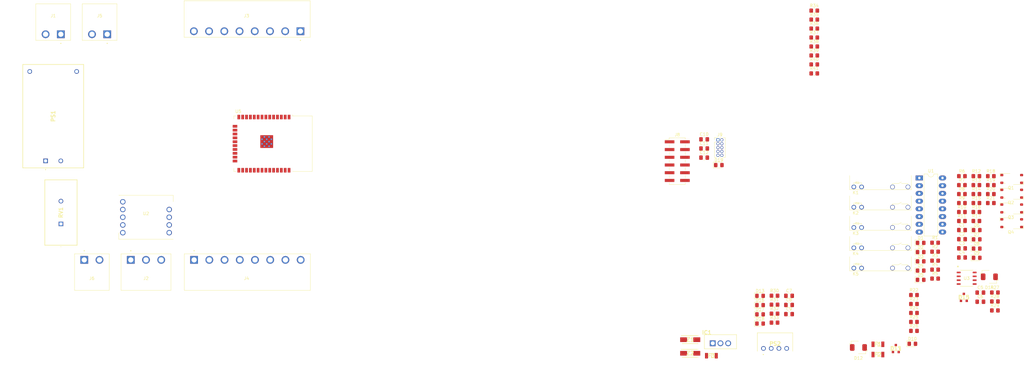
<source format=kicad_pcb>
(kicad_pcb (version 20221018) (generator pcbnew)
  (layers (0 "F.Cu" signal) (31 "B.Cu" signal) (34 "B.Paste" user) (35 "F.Paste" user) (36 "B.SilkS" user "B.Silkscreen") (37 "F.SilkS" user "F.Silkscreen") (38 "B.Mask" user) (39 "F.Mask" user) (44 "Edge.Cuts" user))
  (net 0 "")
  (net 1 "/Room-Link/CONTROL/INPUT_1MICRO")
  (net 2 "GND")
  (net 3 "/Room-Link/CONTROL/INPUT_2MICRO")
  (net 4 "/Room-Link/CONTROL/INPUT_3MICRO")
  (net 5 "/Room-Link/CONTROL/INPUT_4MICRO")
  (net 6 "+5V")
  (net 7 "+12V")
  (net 8 "+3.3V")
  (net 9 "VDD")
  (net 10 "EN")
  (net 11 "Net-(D1-K)")
  (net 12 "Net-(D1-A)")
  (net 13 "Net-(D2-K)")
  (net 14 "Net-(D2-A)")
  (net 15 "Net-(D3-K)")
  (net 16 "Net-(D3-A)")
  (net 17 "Net-(D4-K)")
  (net 18 "Net-(D4-A)")
  (net 19 "Net-(D5-K)")
  (net 20 "Net-(D5-A)")
  (net 21 "Net-(D6-A)")
  (net 22 "Net-(D7-A)")
  (net 23 "Net-(D8-A)")
  (net 24 "Net-(D9-A)")
  (net 25 "Net-(D10-K)")
  (net 26 "Net-(D10-A)")
  (net 27 "Net-(U2-B)")
  (net 28 "/Room-Link/RGND")
  (net 29 "Earth")
  (net 30 "Net-(D13-A)")
  (net 31 "Net-(U3-B)")
  (net 32 "Net-(U3-A)")
  (net 33 "Net-(D16-A)")
  (net 34 "Net-(D17-A)")
  (net 35 "Net-(D18-A)")
  (net 36 "Net-(D19-K)")
  (net 37 "Net-(D19-A)")
  (net 38 "Net-(F1-Pad1)")
  (net 39 "/Room-Link/CON-B+")
  (net 40 "Net-(F2-Pad1)")
  (net 41 "/Room-Link/CON-A-")
  (net 42 "/Room-Link/CON-L1")
  (net 43 "Net-(PS1-AC_2)")
  (net 44 "/Room-Link/CON-LCDA")
  (net 45 "/Room-Link/CON-LCDB+")
  (net 46 "/Room-Link/CON-OUT2A")
  (net 47 "/Room-Link/CON-OUT2B")
  (net 48 "/Room-Link/CON-OUT1A")
  (net 49 "/Room-Link/CON-OUT1B")
  (net 50 "/Room-Link/CON-FAN3")
  (net 51 "/Room-Link/CON-FAN2")
  (net 52 "/Room-Link/CON-FAN1")
  (net 53 "/Room-Link/CON-FAN-C")
  (net 54 "/Room-Link/CON-IN4-")
  (net 55 "/Room-Link/CON-IN4+")
  (net 56 "/Room-Link/CON-IN3-")
  (net 57 "/Room-Link/CON-IN3+")
  (net 58 "/Room-Link/CON-IN2-")
  (net 59 "/Room-Link/CON-IN2+")
  (net 60 "/Room-Link/CON-IN1-")
  (net 61 "/Room-Link/CON-IN1+")
  (net 62 "/Room-Link/CON-DC+")
  (net 63 "/Room-Link/CON-NEUT")
  (net 64 "Net-(J8-Pin_2)")
  (net 65 "Net-(J8-Pin_3)")
  (net 66 "Net-(J8-Pin_4)")
  (net 67 "Net-(J8-Pin_6)")
  (net 68 "Net-(J9-VTref)")
  (net 69 "MTMS")
  (net 70 "MTCLK")
  (net 71 "MTD0")
  (net 73 "MTD1")
  (net 74 "Net-(Q1-ANODE)")
  (net 75 "Net-(Q2-ANODE)")
  (net 76 "Net-(Q3-ANODE)")
  (net 77 "Net-(Q4-ANODE)")
  (net 78 "Net-(U2-VO)")
  (net 79 "Net-(U2-RGND)")
  (net 80 "/Room-Link/CONTROL/COM_RS485_LCD")
  (net 81 "Net-(U3-*RE)")
  (net 82 "/Room-Link/CONTROL/RLY_OUT1_MICRO")
  (net 83 "/Room-Link/CONTROL/RLY_OUT2_MICRO")
  (net 84 "/Room-Link/CONTROL/RLY_FAN3_MICRO")
  (net 85 "/Room-Link/CONTROL/RLY_FAN2_MICRO")
  (net 86 "/Room-Link/CONTROL/RLY_FAN1_MICRO")
  (net 92 "/Room-Link/CONTROL/Tx_RS485_eXT")
  (net 93 "/Room-Link/CONTROL/Rx_RS485_eXT")
  (net 94 "/Room-Link/CONTROL/CON_RS485_eXT")
  (net 95 "/Room-Link/CONTROL/Tx_RS485_LCD")
  (net 96 "/Room-Link/CONTROL/Rx_RS485_lcd")
  (net 99 "MTM5")
  (footprint "Resistor_SMD:R_0805_2012Metric_Pad1.20x1.40mm_HandSolder" (layer "F.Cu") (at 393.81 125.85)
    (fp_text reference "R2" (at 0 -1.65) (layer "F.SilkS"))
    (fp_text value "1K")
    (pad "1" smd roundrect (at -1 0) (size 1.2 1.4) (layers "F.Cu" "F.Paste" "F.Mask") (roundrect_rratio 0.208333) (net 14 "Net-(D2-A)"))
    (pad "2" smd roundrect (at 1 0) (size 1.2 1.4) (layers "F.Cu" "F.Paste" "F.Mask") (roundrect_rratio 0.208333) (net 7 "+12V"))
  )
  (footprint "nuevo simbolo:TD521D485H-E" (layer "F.Cu") (at 134.62 114.3)
    (fp_text reference "U2" (at 0 -1 unlocked) (layer "F.SilkS"))
    (fp_text value "TD521D485H-E")
    (pad "1" thru_hole circle (at -7.615 5.3) (size 1.75 1.75) (drill 1.2) (layers "*.Cu" "*.Mask") (net 2 "GND"))
    (pad "2" thru_hole circle (at -7.615 2.76) (size 1.75 1.75) (drill 1.2) (layers "*.Cu" "*.Mask") (net 6 "+5V"))
    (pad "3" thru_hole circle (at -7.615 0.22) (size 1.75 1.75) (drill 1.2) (layers "*.Cu" "*.Mask") (net 92 "/Room-Link/CONTROL/Tx_RS485_eXT"))
    (pad "4" thru_hole circle (at -7.615 -2.32) (size 1.75 1.75) (drill 1.2) (layers "*.Cu" "*.Mask") (net 93 "/Room-Link/CONTROL/Rx_RS485_eXT"))
    (pad "5" thru_hole circle (at -7.615 -4.86) (size 1.75 1.75) (drill 1.2) (layers "*.Cu" "*.Mask") (net 94 "/Room-Link/CONTROL/CON_RS485_eXT"))
    (pad "7" thru_hole circle (at 7.625 -2.32) (size 1.75 1.75) (drill 1.2) (layers "*.Cu" "*.Mask") (net 78 "Net-(U2-VO)"))
    (pad "8" thru_hole circle (at 7.625 0.22) (size 1.75 1.75) (drill 1.2) (layers "*.Cu" "*.Mask") (net 27 "Net-(U2-B)"))
    (pad "9" thru_hole circle (at 7.625 2.76) (size 1.75 1.75) (drill 1.2) (layers "*.Cu" "*.Mask") (net 25 "Net-(D10-K)"))
    (pad "10" thru_hole circle (at 7.625 5.3) (size 1.75 1.75) (drill 1.2) (layers "*.Cu" "*.Mask") (net 79 "Net-(U2-RGND)"))
  )
  (footprint "Resistor_SMD:R_0805_2012Metric_Pad1.20x1.40mm_HandSolder" (layer "F.Cu") (at 393.81 128.8)
    (fp_text reference "R3" (at 0 -1.65) (layer "F.SilkS"))
    (fp_text value "1K")
    (pad "1" smd roundrect (at -1 0) (size 1.2 1.4) (layers "F.Cu" "F.Paste" "F.Mask") (roundrect_rratio 0.208333) (net 16 "Net-(D3-A)"))
    (pad "2" smd roundrect (at 1 0) (size 1.2 1.4) (layers "F.Cu" "F.Paste" "F.Mask") (roundrect_rratio 0.208333) (net 7 "+12V"))
  )
  (footprint "sm712:SM71202HTG" (layer "F.Cu") (at 380.915 157.71)
    (fp_text reference "D11" (at 0 0) (layer "F.SilkS") (effects (font (size 1.27 1.27) (thickness 0.254))))
    (fp_text value "SM712-02HTG" hide)
    (pad "1" smd rect (at -0.95 1.145 90) (size 0.78 0.78) (layers "F.Cu" "F.Paste" "F.Mask") (net 27 "Net-(U2-B)"))
    (pad "2" smd rect (at 0.95 1.145 90) (size 0.78 0.78) (layers "F.Cu" "F.Paste" "F.Mask") (net 25 "Net-(D10-K)"))
    (pad "3" smd rect (at 0 -1.145 90) (size 0.78 0.78) (layers "F.Cu" "F.Paste" "F.Mask") (net 28 "/Room-Link/RGND"))
  )
  (footprint "huellas:DIOM5226X220N" (layer "F.Cu") (at 313.37 154.79)
    (fp_text reference "Z1" (at 0 0) (layer "F.SilkS") (effects (font (size 1.27 1.27) (thickness 0.254))))
    (fp_text value "1SMA5918BT3G" hide)
    (pad "1" smd rect (at -2.15 0 90) (size 1.55 2.3) (layers "F.Cu" "F.Paste" "F.Mask") (net 2 "GND"))
    (pad "2" smd rect (at 2.15 0 90) (size 1.55 2.3) (layers "F.Cu" "F.Paste" "F.Mask") (net 8 "+3.3V"))
  )
  (footprint "Resistor_SMD:R_0805_2012Metric_Pad1.20x1.40mm_HandSolder" (layer "F.Cu") (at 402.62 103.95)
    (fp_text reference "R7" (at 0 -1.65) (layer "F.SilkS"))
    (fp_text value "330")
    (pad "1" smd roundrect (at -1 0) (size 1.2 1.4) (layers "F.Cu" "F.Paste" "F.Mask") (roundrect_rratio 0.208333) (net 9 "VDD"))
    (pad "2" smd roundrect (at 1 0) (size 1.2 1.4) (layers "F.Cu" "F.Paste" "F.Mask") (roundrect_rratio 0.208333) (net 74 "Net-(Q1-ANODE)"))
  )
  (footprint "Resistor_SMD:R_0805_2012Metric_Pad1.20x1.40mm_HandSolder" (layer "F.Cu") (at 354.12 61.315)
    (fp_text reference "R39" (at 0 -1.65) (layer "F.SilkS"))
    (fp_text value "100k")
    (pad "1" smd roundrect (at -1 0) (size 1.2 1.4) (layers "F.Cu" "F.Paste" "F.Mask") (roundrect_rratio 0.208333) (net 9 "VDD"))
    (pad "2" smd roundrect (at 1 0) (size 1.2 1.4) (layers "F.Cu" "F.Paste" "F.Mask") (roundrect_rratio 0.208333) (net 73 "MTD1"))
  )
  (footprint "TBP04R12-500-08BE:CUI_TBP04R12-500-08BE" (layer "F.Cu") (at 150.42 128.5425)
    (fp_text reference "J4" (at 17.22 6.0775) (layer "F.SilkS"))
    (fp_text value "TBP04R12-500-08BE")
    (pad "1" thru_hole rect (at 0 0) (size 2.55 2.55) (drill 1.7) (layers "*.Cu" "*.Mask") (net 54 "/Room-Link/CON-IN4-"))
    (pad "2" thru_hole circle (at 5 0) (size 2.55 2.55) (drill 1.7) (layers "*.Cu" "*.Mask") (net 55 "/Room-Link/CON-IN4+"))
    (pad "3" thru_hole circle (at 10 0) (size 2.55 2.55) (drill 1.7) (layers "*.Cu" "*.Mask") (net 56 "/Room-Link/CON-IN3-"))
    (pad "4" thru_hole circle (at 15 0) (size 2.55 2.55) (drill 1.7) (layers "*.Cu" "*.Mask") (net 57 "/Room-Link/CON-IN3+"))
    (pad "5" thru_hole circle (at 20 0) (size 2.55 2.55) (drill 1.7) (layers "*.Cu" "*.Mask") (net 58 "/Room-Link/CON-IN2-"))
    (pad "6" thru_hole circle (at 25 0) (size 2.55 2.55) (drill 1.7) (layers "*.Cu" "*.Mask") (net 59 "/Room-Link/CON-IN2+"))
    (pad "7" thru_hole circle (at 30 0) (size 2.55 2.55) (drill 1.7) (layers "*.Cu" "*.Mask") (net 60 "/Room-Link/CON-IN1-"))
    (pad "8" thru_hole circle (at 35 0) (size 2.55 2.55) (drill 1.7) (layers "*.Cu" "*.Mask") (net 61 "/Room-Link/CON-IN1+"))
  )
  (footprint "Resistor_SMD:R_0805_2012Metric_Pad1.20x1.40mm_HandSolder" (layer "F.Cu") (at 402.62 112.8)
    (fp_text reference "R10" (at 0 -1.65) (layer "F.SilkS"))
    (fp_text value "10")
    (pad "1" smd roundrect (at -1 0) (size 1.2 1.4) (layers "F.Cu" "F.Paste" "F.Mask") (roundrect_rratio 0.208333) (net 29 "Earth"))
    (pad "2" smd roundrect (at 1 0) (size 1.2 1.4) (layers "F.Cu" "F.Paste" "F.Mask") (roundrect_rratio 0.208333) (net 60 "/Room-Link/CON-IN1-"))
  )
  (footprint "Connector_PinHeader_2.54mm:PinHeader_2x06_P2.54mm_Vertical_SMD" (layer "F.Cu") (at 309.12 96.065)
    (fp_text reference "J8" (at 0 -8.68) (layer "F.SilkS"))
    (fp_text value "Screw_Terminal_01x06")
    (pad "1" smd rect (at -2.525 -6.35) (size 3.15 1) (layers "F.Cu" "F.Paste" "F.Mask") (net 9 "VDD"))
    (pad "2" smd rect (at 2.525 -6.35) (size 3.15 1) (layers "F.Cu" "F.Paste" "F.Mask") (net 64 "Net-(J8-Pin_2)"))
    (pad "3" smd rect (at -2.525 -3.81) (size 3.15 1) (layers "F.Cu" "F.Paste" "F.Mask") (net 65 "Net-(J8-Pin_3)"))
    (pad "4" smd rect (at 2.525 -3.81) (size 3.15 1) (layers "F.Cu" "F.Paste" "F.Mask") (net 66 "Net-(J8-Pin_4)"))
    (pad "5" smd rect (at -2.525 -1.27) (size 3.15 1) (layers "F.Cu" "F.Paste" "F.Mask") (net 2 "GND"))
    (pad "6" smd rect (at 2.525 -1.27) (size 3.15 1) (layers "F.Cu" "F.Paste" "F.Mask") (net 67 "Net-(J8-Pin_6)"))
    (pad "7" smd rect (at -2.525 1.27) (size 3.15 1) (layers "F.Cu" "F.Paste" "F.Mask"))
    (pad "8" smd rect (at 2.525 1.27) (size 3.15 1) (layers "F.Cu" "F.Paste" "F.Mask"))
    (pad "9" smd rect (at -2.525 3.81) (size 3.15 1) (layers "F.Cu" "F.Paste" "F.Mask"))
    (pad "10" smd rect (at 2.525 3.81) (size 3.15 1) (layers "F.Cu" "F.Paste" "F.Mask"))
    (pad "11" smd rect (at -2.525 6.35) (size 3.15 1) (layers "F.Cu" "F.Paste" "F.Mask"))
    (pad "12" smd rect (at 2.525 6.35) (size 3.15 1) (layers "F.Cu" "F.Paste" "F.Mask"))
  )
  (footprint "Capacitor_SMD:C_0805_2012Metric_Pad1.18x1.45mm_HandSolder" (layer "F.Cu") (at 402.65 127.76)
    (fp_text reference "C4" (at 0 -1.68) (layer "F.SilkS"))
    (fp_text value "0.1uF")
    (pad "1" smd roundrect (at -1.0375 0) (size 1.175 1.45) (layers "F.Cu" "F.Paste" "F.Mask") (roundrect_rratio 0.212766) (net 5 "/Room-Link/CONTROL/INPUT_4MICRO"))
    (pad "2" smd roundrect (at 1.0375 0) (size 1.175 1.45) (layers "F.Cu" "F.Paste" "F.Mask") (roundrect_rratio 0.212766) (net 2 "GND"))
  )
  (footprint "Resistor_SMD:R_0805_2012Metric_Pad1.20x1.40mm_HandSolder" (layer "F.Cu") (at 393.81 122.9)
    (fp_text reference "R1" (at 0 -1.65) (layer "F.SilkS"))
    (fp_text value "2.4K")
    (pad "1" smd roundrect (at -1 0) (size 1.2 1.4) (layers "F.Cu" "F.Paste" "F.Mask") (roundrect_rratio 0.208333) (net 12 "Net-(D1-A)"))
    (pad "2" smd roundrect (at 1 0) (size 1.2 1.4) (layers "F.Cu" "F.Paste" "F.Mask") (roundrect_rratio 0.208333) (net 7 "+12V"))
  )
  (footprint "LED_SMD:LED_0805_2012Metric_Pad1.15x1.40mm_HandSolder" (layer "F.Cu") (at 336.315 149.495)
    (fp_text reference "D18" (at 0 -1.65) (layer "F.SilkS"))
    (fp_text value "LED")
    (pad "1" smd roundrect (at -1.025 0) (size 1.15 1.4) (layers "F.Cu" "F.Paste" "F.Mask") (roundrect_rratio 0.217391) (net 2 "GND"))
    (pad "2" smd roundrect (at 1.025 0) (size 1.15 1.4) (layers "F.Cu" "F.Paste" "F.Mask") (roundrect_rratio 0.217391) (net 35 "Net-(D18-A)"))
  )
  (footprint "PTS12066V050:FUSC3216X68N" (layer "F.Cu") (at 375.025 159.68)
    (fp_text reference "F2" (at 0 0) (layer "F.SilkS") (effects (font (size 1.27 1.27) (thickness 0.254))))
    (fp_text value "PTS120660V010" hide)
    (pad "1" smd rect (at -1.61 0) (size 0.99 1.82) (layers "F.Cu" "F.Paste" "F.Mask") (net 40 "Net-(F2-Pad1)"))
    (pad "2" smd rect (at 1.61 0) (size 0.99 1.82) (layers "F.Cu" "F.Paste" "F.Mask") (net 41 "/Room-Link/CON-A-"))
  )
  (footprint "Resistor_SMD:R_0805_2012Metric_Pad1.20x1.40mm_HandSolder" (layer "F.Cu") (at 402.62 109.85)
    (fp_text reference "R9" (at 0 -1.65) (layer "F.SilkS"))
    (fp_text value "10")
    (pad "1" smd roundrect (at -1 0) (size 1.2 1.4) (layers "F.Cu" "F.Paste" "F.Mask") (roundrect_rratio 0.208333) (net 29 "Earth"))
    (pad "2" smd roundrect (at 1 0) (size 1.2 1.4) (layers "F.Cu" "F.Paste" "F.Mask") (roundrect_rratio 0.208333) (net 59 "/Room-Link/CON-IN2+"))
  )
  (footprint "TBP04R12-500-08BE:CUI_TBP04R12-500-08BE" (layer "F.Cu") (at 185.34 53.34 180)
    (fp_text reference "J3" (at 17.7 5.08) (layer "F.SilkS"))
    (fp_text value "TBP04R12-500-08BE")
    (pad "1" thru_hole rect (at 0 0 180) (size 2.55 2.55) (drill 1.7) (layers "*.Cu" "*.Mask") (net 46 "/Room-Link/CON-OUT2A"))
    (pad "2" thru_hole circle (at 5 0 180) (size 2.55 2.55) (drill 1.7) (layers "*.Cu" "*.Mask") (net 47 "/Room-Link/CON-OUT2B"))
    (pad "3" thru_hole circle (at 10 0 180) (size 2.55 2.55) (drill 1.7) (layers "*.Cu" "*.Mask") (net 48 "/Room-Link/CON-OUT1A"))
    (pad "4" thru_hole circle (at 15 0 180) (size 2.55 2.55) (drill 1.7) (layers "*.Cu" "*.Mask") (net 49 "/Room-Link/CON-OUT1B"))
    (pad "5" thru_hole circle (at 20 0 180) (size 2.55 2.55) (drill 1.7) (layers "*.Cu" "*.Mask") (net 50 "/Room-Link/CON-FAN3"))
    (pad "6" thru_hole circle (at 25 0 180) (size 2.55 2.55) (drill 1.7) (layers "*.Cu" "*.Mask") (net 51 "/Room-Link/CON-FAN2"))
    (pad "7" thru_hole circle (at 30 0 180) (size 2.55 2.55) (drill 1.7) (layers "*.Cu" "*.Mask") (net 52 "/Room-Link/CON-FAN1"))
    (pad "8" thru_hole circle (at 35 0 180) (size 2.55 2.55) (drill 1.7) (layers "*.Cu" "*.Mask") (net 53 "/Room-Link/CON-FAN-C"))
  )
  (footprint "nuevo simbolo:SMBJ12CA" (layer "F.Cu") (at 411.62 134.11)
    (fp_text reference "D14" (at 0 3.5 unlocked) (layer "F.SilkS"))
    (fp_text value "SMBJ12CA")
    (pad "1" smd roundrect (at -2.035 0) (size 1.52 2.2) (layers "F.Cu" "F.Paste" "F.Mask") (net 31 "Net-(U3-B)"))
    (pad "2" smd roundrect (at 2.035 0) (size 1.52 2.2) (layers "F.Cu" "F.Paste" "F.Mask") (net 32 "Net-(U3-A)"))
  )
  (footprint "footprints:NSOIC-8-L" (layer "F.Cu") (at 404.1716 134.5901)
    (fp_text reference "U3" (at 0 0 unlocked) (layer "F.SilkS"))
    (fp_text value "SP485ECN-L")
    (fp_text user "*" (at -2.87535 -3.556 unlocked) (layer "F.SilkS"))
    (fp_text user "*" (at -2.87535 -3.556) (layer "F.SilkS"))
    (pad "1" smd rect (at -2.621351 -1.905) (size 1.2549 0.508) (layers "F.Cu" "F.Paste" "F.Mask") (net 95 "/Room-Link/CONTROL/Tx_RS485_LCD"))
    (pad "2" smd rect (at -2.621351 -0.635) (size 1.2549 0.508) (layers "F.Cu" "F.Paste" "F.Mask") (net 81 "Net-(U3-*RE)"))
    (pad "3" smd rect (at -2.621351 0.635) (size 1.2549 0.508) (layers "F.Cu" "F.Paste" "F.Mask") (net 81 "Net-(U3-*RE)"))
    (pad "4" smd rect (at -2.621351 1.905) (size 1.2549 0.508) (layers "F.Cu" "F.Paste" "F.Mask") (net 96 "/Room-Link/CONTROL/Rx_RS485_lcd"))
    (pad "5" smd rect (at 2.621351 1.905) (size 1.2549 0.508) (layers "F.Cu" "F.Paste" "F.Mask") (net 2 "GND"))
    (pad "6" smd rect (at 2.621351 0.635) (size 1.2549 0.508) (layers "F.Cu" "F.Paste" "F.Mask") (net 32 "Net-(U3-A)"))
    (pad "7" smd rect (at 2.621351 -0.635) (size 1.2549 0.508) (layers "F.Cu" "F.Paste" "F.Mask") (net 31 "Net-(U3-B)"))
    (pad "8" smd rect (at 2.621351 -1.905) (size 1.2549 0.508) (layers "F.Cu" "F.Paste" "F.Mask") (net 6 "+5V"))
  )
  (footprint "Capacitor_SMD:C_0805_2012Metric_Pad1.18x1.45mm_HandSolder" (layer "F.Cu") (at 402.65 124.75)
    (fp_text reference "C3" (at 0 -1.68) (layer "F.SilkS"))
    (fp_text value "0.1uF")
    (pad "1" smd roundrect (at -1.0375 0) (size 1.175 1.45) (layers "F.Cu" "F.Paste" "F.Mask") (roundrect_rratio 0.212766) (net 4 "/Room-Link/CONTROL/INPUT_3MICRO"))
    (pad "2" smd roundrect (at 1.0375 0) (size 1.175 1.45) (layers "F.Cu" "F.Paste" "F.Mask") (roundrect_rratio 0.212766) (net 2 "GND"))
  )
  (footprint "Resistor_SMD:R_0805_2012Metric_Pad1.20x1.40mm_HandSolder" (layer "F.Cu") (at 354.12 58.365)
    (fp_text reference "R38" (at 0 -1.65) (layer "F.SilkS"))
    (fp_text value "100k")
    (pad "1" smd roundrect (at -1 0) (size 1.2 1.4) (layers "F.Cu" "F.Paste" "F.Mask") (roundrect_rratio 0.208333) (net 9 "VDD"))
    (pad "2" smd roundrect (at 1 0) (size 1.2 1.4) (layers "F.Cu" "F.Paste" "F.Mask") (roundrect_rratio 0.208333) (net 71 "MTD0"))
  )
  (footprint "Resistor_SMD:R_0805_2012Metric_Pad1.20x1.40mm_HandSolder" (layer "F.Cu") (at 354.12 49.515)
    (fp_text reference "R35" (at 0 -1.65) (layer "F.SilkS"))
    (fp_text value "1k")
    (pad "1" smd roundrect (at -1 0) (size 1.2 1.4) (layers "F.Cu" "F.Paste" "F.Mask") (roundrect_rratio 0.208333) (net 9 "VDD"))
    (pad "2" smd roundrect (at 1 0) (size 1.2 1.4) (layers "F.Cu" "F.Paste" "F.Mask") (roundrect_rratio 0.208333) (net 68 "Net-(J9-VTref)"))
  )
  (footprint "PTS12066V050:FUSC3216X68N" (layer "F.Cu") (at 375.025 156.31)
    (fp_text reference "F1" (at 0 0) (layer "F.SilkS") (effects (font (size 1.27 1.27) (thickness 0.254))))
    (fp_text value "PTS120660V010" hide)
    (pad "1" smd rect (at -1.61 0) (size 0.99 1.82) (layers "F.Cu" "F.Paste" "F.Mask") (net 38 "Net-(F1-Pad1)"))
    (pad "2" smd rect (at 1.61 0) (size 0.99 1.82) (layers "F.Cu" "F.Paste" "F.Mask") (net 39 "/Room-Link/CON-B+"))
  )
  (footprint "LED_SMD:LED_0805_2012Metric_Pad1.15x1.40mm_HandSolder" (layer "F.Cu") (at 389.065 129.025)
    (fp_text reference "D3" (at 0 -1.65) (layer "F.SilkS"))
    (fp_text value "LED")
    (pad "1" smd roundrect (at -1.025 0) (size 1.15 1.4) (layers "F.Cu" "F.Paste" "F.Mask") (roundrect_rratio 0.217391) (net 15 "Net-(D3-K)"))
    (pad "2" smd roundrect (at 1.025 0) (size 1.15 1.4) (layers "F.Cu" "F.Paste" "F.Mask") (roundrect_rratio 0.217391) (net 16 "Net-(D3-A)"))
  )
  (footprint "Resistor_SMD:R_0805_2012Metric_Pad1.20x1.40mm_HandSolder" (layer "F.Cu") (at 354.12 67.215)
    (fp_text reference "R41" (at 0 -1.65) (layer "F.SilkS"))
    (fp_text value "470")
    (pad "1" smd roundrect (at -1 0) (size 1.2 1.4) (layers "F.Cu" "F.Paste" "F.Mask") (roundrect_rratio 0.208333) (net 37 "Net-(D19-A)"))
    (pad "2" smd roundrect (at 1 0) (size 1.2 1.4) (layers "F.Cu" "F.Paste" "F.Mask") (roundrect_rratio 0.208333) (net 9 "VDD"))
  )
  (footprint "TBP04R12-500-02BE:CUI_TBP04R12-500-02BE" (layer "F.Cu") (at 121.88 54.3375 180)
    (fp_text reference "J5" (at 2.5 6.0775) (layer "F.SilkS"))
    (fp_text value "TBP04R12-500-02BE")
    (pad "1" thru_hole rect (at 0 0 180) (size 2.55 2.55) (drill 1.7) (layers "*.Cu" "*.Mask") (net 62 "/Room-Link/CON-DC+"))
    (pad "2" thru_hole circle (at 5 0 180) (size 2.55 2.55) (drill 1.7) (layers "*.Cu" "*.Mask") (net 2 "GND"))
  )
  (footprint "huellas:DIOM5226X220N" (layer "F.Cu") (at 313.37 159.26)
    (fp_text reference "Z2" (at 0 0) (layer "F.SilkS") (effects (font (size 1.27 1.27) (thickness 0.254))))
    (fp_text value "1SMA5918BT3G" hide)
    (pad "1" smd rect (at -2.15 0 90) (size 1.55 2.3) (layers "F.Cu" "F.Paste" "F.Mask") (net 29 "Earth"))
    (pad "2" smd rect (at 2.15 0 90) (size 1.55 2.3) (layers "F.Cu" "F.Paste" "F.Mask") (net 9 "VDD"))
  )
  (footprint "Capacitor_SMD:C_0805_2012Metric_Pad1.18x1.45mm_HandSolder" (layer "F.Cu") (at 408.67 139.3)
    (fp_text reference "C5" (at 0 -1.68) (layer "F.SilkS"))
    (fp_text value "1 uF")
    (pad "1" smd roundrect (at -1.0375 0) (size 1.175 1.45) (layers "F.Cu" "F.Paste" "F.Mask") (roundrect_rratio 0.212766) (net 6 "+5V"))
    (pad "2" smd roundrect (at 1.0375 0) (size 1.175 1.45) (layers "F.Cu" "F.Paste" "F.Mask") (roundrect_rratio 0.212766) (net 2 "GND"))
  )
  (footprint "Resistor_SMD:R_0805_2012Metric_Pad1.20x1.40mm_HandSolder" (layer "F.Cu") (at 341.06 149.18)
    (fp_text reference "R33" (at 0 -1.65) (layer "F.SilkS"))
    (fp_text value "1k")
    (pad "1" smd roundrect (at -1 0) (size 1.2 1.4) (layers "F.Cu" "F.Paste" "F.Mask") (roundrect_rratio 0.208333) (net 62 "/Room-Link/CON-DC+"))
    (pad "2" smd roundrect (at 1 0) (size 1.2 1.4) (layers "F.Cu" "F.Paste" "F.Mask") (roundrect_rratio 0.208333) (net 35 "Net-(D18-A)"))
  )
  (footprint "Resistor_SMD:R_0805_2012Metric_Pad1.20x1.40mm_HandSolder" (layer "F.Cu") (at 412.12 106.9)
    (fp_text reference "R20" (at 0 -1.65) (layer "F.SilkS"))
    (fp_text value "10k")
    (pad "1" smd roundrect (at -1 0) (size 1.2 1.4) (layers "F.Cu" "F.Paste" "F.Mask") (roundrect_rratio 0.208333) (net 6 "+5V"))
    (pad "2" smd roundrect (at 1 0) (size 1.2 1.4) (layers "F.Cu" "F.Paste" "F.Mask") (roundrect_rratio 0.208333) (net 5 "/Room-Link/CONTROL/INPUT_4MICRO"))
  )
  (footprint "Resistor_SMD:R_0805_2012Metric_Pad1.20x1.40mm_HandSolder" (layer "F.Cu") (at 402.62 106.9)
    (fp_text reference "R8" (at 0 -1.65) (layer "F.SilkS"))
    (fp_text value "330")
    (pad "1" smd roundrect (at -1 0) (size 1.2 1.4) (layers "F.Cu" "F.Paste" "F.Mask") (roundrect_rratio 0.208333) (net 9 "VDD"))
    (pad "2" smd roundrect (at 1 0) (size 1.2 1.4) (layers "F.Cu" "F.Paste" "F.Mask") (roundrect_rratio 0.208333) (net 75 "Net-(Q2-ANODE)"))
  )
  (footprint "LED_SMD:LED_0805_2012Metric_Pad1.15x1.40mm_HandSolder" (layer "F.Cu") (at 407.475 124.825)
    (fp_text reference "D8" (at 0 -1.65) (layer "F.SilkS"))
    (fp_text value "LED")
    (pad "1" smd roundrect (at -1.025 0) (size 1.15 1.4) (layers "F.Cu" "F.Paste" "F.Mask") (roundrect_rratio 0.217391) (net 4 "/Room-Link/CONTROL/INPUT_3MICRO"))
    (pad "2" smd roundrect (at 1.025 0) (size 1.15 1.4) (layers "F.Cu" "F.Paste" "F.Mask") (roundrect_rratio 0.217391) (net 23 "Net-(D8-A)"))
  )
  (footprint "Capacitor_SMD:C_0805_2012Metric_Pad1.18x1.45mm_HandSolder" (layer "F.Cu") (at 345.84 140.36)
    (fp_text reference "C7" (at 0 -1.68) (layer "F.SilkS"))
    (fp_text value "0.1uF 25v")
    (pad "1" smd roundrect (at -1.0375 0) (size 1.175 1.45) (layers "F.Cu" "F.Paste" "F.Mask") (roundrect_rratio 0.212766) (net 7 "+12V"))
    (pad "2" smd roundrect (at 1.0375 0) (size 1.175 1.45) (layers "F.Cu" "F.Paste" "F.Mask") (roundrect_rratio 0.212766) (net 2 "GND"))
  )
  (footprint "nuevo simbolo:AZ921" (layer "F.Cu") (at 373.72 112.125)
    (fp_text reference "K2" (at -6 1 unlocked) (layer "F.SilkS"))
    (fp_text value "ADW11")
    (pad "1" thru_hole circle (at -6.6 -0.9) (size 1.5 1.5) (drill 1) (layers "*.Cu" "*.Mask") (net 7 "+12V"))
    (pad "2" thru_hole circle (at -4.06 -0.9) (size 1.5 1.5) (drill 1) (layers "*.Cu" "*.Mask"))
    (pad "3" thru_hole circle (at 6.1 -0.9) (size 1.5 1.5) (drill 1.2) (layers "*.Cu" "*.Mask") (net 52 "/Room-Link/CON-FAN1"))
    (pad "4" thru_hole circle (at 11.18 -0.9) (size 1.5 1.5) (drill 1.2) (layers "*.Cu" "*.Mask"))
  )
  (footprint "Package_DIP:DIP-16_W7.62mm_LongPads" (layer "F.Cu") (at 388.62 101.6)
    (fp_text reference "U1" (at 3.81 -2.33) (layer "F.SilkS"))
    (fp_text value "ULN2003A")
    (pad "1" thru_hole rect (at 0 0) (size 2.4 1.6) (drill 0.8) (layers "*.Cu" "*.Mask") (net 82 "/Room-Link/CONTROL/RLY_OUT1_MICRO"))
    (pad "2" thru_hole oval (at 0 2.54) (size 2.4 1.6) (drill 0.8) (layers "*.Cu" "*.Mask") (net 83 "/Room-Link/CONTROL/RLY_OUT2_MICRO"))
    (pad "3" thru_hole oval (at 0 5.08) (size 2.4 1.6) (drill 0.8) (layers "*.Cu" "*.Mask") (net 84 "/Room-Link/CONTROL/RLY_FAN3_MICRO"))
    (pad "4" thru_hole oval (at 0 7.62) (size 2.4 1.6) (drill 0.8) (layers "*.Cu" "*.Mask") (net 85 "/Room-Link/CONTROL/RLY_FAN2_MICRO"))
    (pad "5" thru_hole oval (at 0 10.16) (size 2.4 1.6) (drill 0.8) (layers "*.Cu" "*.Mask") (net 86 "/Room-Link/CONTROL/RLY_FAN1_MICRO"))
    (pad "6" thru_hole oval (at 0 12.7) (size 2.4 1.6) (drill 0.8) (layers "*.Cu" "*.Mask"))
    (pad "7" thru_hole oval (at 0 15.24) (size 2.4 1.6) (drill 0.8) (layers "*.Cu" "*.Mask"))
    (pad "8" thru_hole oval (at 0 17.78) (size 2.4 1.6) (drill 0.8) (layers "*.Cu" "*.Mask") (net 2 "GND"))
    (pad "9" thru_hole oval (at 7.62 17.78) (size 2.4 1.6) (drill 0.8) (layers "*.Cu" "*.Mask"))
    (pad "10" thru_hole oval (at 7.62 15.24) (size 2.4 1.6) (drill 0.8) (layers "*.Cu" "*.Mask"))
    (pad "11" thru_hole oval (at 7.62 12.7) (size 2.4 1.6) (drill 0.8) (layers "*.Cu" "*.Mask"))
    (pad "12" thru_hole oval (at 7.62 10.16) (size 2.4 1.6) (drill 0.8) (layers "*.Cu" "*.Mask") (net 17 "Net-(D4-K)"))
    (pad "13" thru_hole oval (at 7.62 7.62) (size 2.4 1.6) (drill 0.8) (layers "*.Cu" "*.Mask") (net 15 "Net-(D3-K)"))
    (pad "14" thru_hole oval (at 7.62 5.08) (size 2.4 1.6) (drill 0.8) (layers "*.Cu" "*.Mask") (net 13 "Net-(D2-K)"))
    (pad "15" thru_hole oval (at 7.62 2.54) (size 2.4 1.6) (drill 0.8) (layers "*.Cu" "*.Mask") (net 11 "Net-(D1-K)"))
    (pad "16" thru_hole oval (at 7.62 0) (size 2.4 1.6) (drill 0.8) (layers "*.Cu" "*.Mask") (net 19 "Net-(D5-K)"))
  )
  (footprint "Resistor_SMD:R_0805_2012Metric_Pad1.20x1.40mm_HandSolder" (layer "F.Cu") (at 341.06 143.28)
    (fp_text reference "R31" (at 0 -1.65) (layer "F.SilkS"))
    (fp_text value "2.2k")
    (pad "1" smd roundrect (at -1 0) (size 1.2 1.4) (layers "F.Cu" "F.Paste" "F.Mask") (roundrect_rratio 0.208333) (net 7 "+12V"))
    (pad "2" smd roundrect (at 1 0) (size 1.2 1.4) (layers "F.Cu" "F.Paste" "F.Mask") (roundrect_rratio 0.208333) (net 33 "Net-(D16-A)"))
  )
  (footprint "nuevo simbolo:AZ921" (layer "F.Cu") (at 373.72 132.15)
    (fp_text reference "K5" (at -6 1 unlocked) (layer "F.SilkS"))
    (fp_text value "ADW11")
    (pad "1" thru_hole circle (at -6.6 -0.9) (size 1.5 1.5) (drill 1) (layers "*.Cu" "*.Mask") (net 7 "+12V"))
    (pad "2" thru_hole circle (at -4.06 -0.9) (size 1.5 1.5) (drill 1) (layers "*.Cu" "*.Mask"))
    (pad "3" thru_hole circle (at 6.1 -0.9) (size 1.5 1.5) (drill 1.2) (layers "*.Cu" "*.Mask") (net 48 "/Room-Link/CON-OUT1A"))
    (pad "4" thru_hole circle (at 11.18 -0.9) (size 1.5 1.5) (drill 1.2) (layers "*.Cu" "*.Mask"))
  )
  (footprint "LED_SMD:LED_0805_2012Metric_Pad1.15x1.40mm_HandSolder" (layer "F.Cu") (at 389.065 122.945)
    (fp_text reference "D1" (at 0 -1.65) (layer "F.SilkS"))
    (fp_text value "LED")
    (pad "1" smd roundrect (at -1.025 0) (size 1.15 1.4) (layers "F.Cu" "F.Paste" "F.Mask") (roundrect_rratio 0.217391) (net 11 "Net-(D1-K)"))
    (pad "2" smd roundrect (at 1.025 0) (size 1.15 1.4) (layers "F.Cu" "F.Paste" "F.Mask") (roundrect_rratio 0.217391) (net 12 "Net-(D1-A)"))
  )
  (footprint "Resistor_SMD:R_0805_2012Metric_Pad1.20x1.40mm_HandSolder" (layer "F.Cu") (at 386.87 151.9)
    (fp_text reference "R26" (at 0 -1.65) (layer "F.SilkS"))
    (fp_text value "10")
    (pad "1" smd roundrect (at -1 0) (size 1.2 1.4) (layers "F.Cu" "F.Paste" "F.Mask") (roundrect_rratio 0.208333) (net 25 "Net-(D10-K)"))
    (pad "2" smd roundrect (at 1 0) (size 1.2 1.4) (layers "F.Cu" "F.Paste" "F.Mask") (roundrect_rratio 0.208333) (net 40 "Net-(F2-Pad1)"))
  )
  (footprint "LED_SMD:LED_0805_2012Metric_Pad1.15x1.40mm_HandSolder" (layer "F.Cu") (at 336.315 146.455)
    (fp_text reference "D17" (at 0 -1.65) (layer "F.SilkS"))
    (fp_text value "LED")
    (pad "1" smd roundrect (at -1.025 0) (size 1.15 1.4) (layers "F.Cu" "F.Paste" "F.Mask") (roundrect_rratio 0.217391) (net 2 "GND"))
    (pad "2" smd roundrect (at 1.025 0) (size 1.15 1.4) (layers "F.Cu" "F.Paste" "F.Mask") (roundrect_rratio 0.217391) (net 34 "Net-(D17-A)"))
  )
  (footprint "Resistor_SMD:R_0805_2012Metric_Pad1.20x1.40mm_HandSolder" (layer "F.Cu") (at 354.12 55.415)
    (fp_text reference "R37" (at 0 -1.65) (layer "F.SilkS"))
    (fp_text value "100k")
    (pad "1" smd roundrect (at -1 0) (size 1.2 1.4) (layers "F.Cu" "F.Paste" "F.Mask") (roundrect_rratio 0.208333) (net 9 "VDD"))
    (pad "2" smd roundrect (at 1 0) (size 1.2 1.4) (layers "F.Cu" "F.Paste" "F.Mask") (roundrect_rratio 0.208333) (net 70 "MTCLK"))
  )
  (footprint "Capacitor_SMD:C_0805_2012Metric_Pad1.18x1.45mm_HandSolder" (layer "F.Cu") (at 345.84 143.37)
    (fp_text reference "C8" (at 0 -1.68) (layer "F.SilkS"))
    (fp_text value "0.1uF 25v")
    (pad "1" smd roundrect (at -1.0375 0) (size 1.175 1.45) (layers "F.Cu" "F.Paste" "F.Mask") (roundrect_rratio 0.212766) (net 8 "+3.3V"))
    (pad "2" smd roundrect (at 1.0375 0) (size 1.175 1.45) (layers "F.Cu" "F.Paste" "F.Mask") (roundrect_rratio 0.212766) (net 2 "GND"))
  )
  (footprint "Resistor_SMD:R_0805_2012Metric_Pad1.20x1.40mm_HandSolder" (layer "F.Cu") (at 393.81 134.7)
    (fp_text reference "R5" (at 0 -1.65) (layer "F.SilkS"))
    (fp_text value "1K")
    (pad "1" smd roundrect (at -1 0) (size 1.2 1.4) (layers "F.Cu" "F.Paste" "F.Mask") (roundrect_rratio 0.208333) (net 20 "Net-(D5-A)"))
    (pad "2" smd roundrect (at 1 0) (size 1.2 1.4) (layers "F.Cu" "F.Paste" "F.Mask") (roundrect_rratio 0.208333) (net 7 "+12V"))
  )
  (footprint "Resistor_SMD:R_0805_2012Metric_Pad1.20x1.40mm_HandSolder" (layer "F.Cu") (at 386.87 140.1)
    (fp_text reference "R22" (at 0 -1.65) (layer "F.SilkS"))
    (fp_text value "2.2k")
    (pad "1" smd roundrect (at -1 0) (size 1.2 1.4) (layers "F.Cu" "F.Paste" "F.Mask") (roundrect_rratio 0.208333) (net 78 "Net-(U2-VO)"))
    (pad "2" smd roundrect (at 1 0) (size 1.2 1.4) (layers "F.Cu" "F.Paste" "F.Mask") (roundrect_rratio 0.208333) (net 26 "Net-(D10-A)"))
  )
  (footprint "Resistor_SMD:R_0805_2012Metric_Pad1.20x1.40mm_HandSolder" (layer "F.Cu") (at 354.12 46.565)
    (fp_text reference "R34" (at 0 -1.65) (layer "F.SilkS"))
    (fp_text value "22k")
    (pad "1" smd roundrect (at -1 0) (size 1.2 1.4) (layers "F.Cu" "F.Paste" "F.Mask") (roundrect_rratio 0.208333) (net 9 "VDD"))
    (pad "2" smd roundrect (at 1 0) (size 1.2 1.4) (layers "F.Cu" "F.Paste" "F.Mask") (roundrect_rratio 0.208333) (net 10 "EN"))
  )
  (footprint "nuevo simbolo:FODM2705" (layer "F.Cu") (at 418.72 116.2)
    (fp_text reference "Q4" (at 0 3.2 unlocked) (layer "F.SilkS"))
    (fp_text value "FODM2705")
    (pad "1" smd roundrect (at -3 -1) (size 1 0.8) (layers "F.Cu" "F.Paste" "F.Mask") (net 77 "Net-(Q4-ANODE)"))
    (pad "2" smd roundrect (at -3 1.54) (size 1 0.8) (layers "F.Cu" "F.Paste" "F.Mask") (net 55 "/Room-Link/CON-IN4+"))
    (pad "3" smd roundrect (at 3.5 1.54) (size 1 0.8) (layers "F.Cu" "F.Paste" "F.Mask") (net 2 "GND"))
    (pad "4" smd roundrect (at 3.5 -1) (size 1 0.8) (layers "F.Cu" "F.Paste" "F.Mask") (net 5 "/Room-Link/CONTROL/INPUT_4MICRO"))
  )
  (footprint "KiCad:HLKPM12" (layer "F.Cu") (at 101.64 95.98 90)
    (fp_text reference "PS1" (at 14.7 2.5 90) (layer "F.SilkS") (effects (font (size 1.27 1.27) (thickness 0.254))))
    (fp_text value "HLK-PM12" hide)
    (pad "1" thru_hole rect (at 0 0 90) (size 1.5 1.5) (drill 1) (layers "*.Cu" "*.Mask") (net 63 "/Room-Link/CON-NEUT"))
    (pad "2" thru_hole circle (at 0 5 90) (size 1.5 1.5) (drill 1) (layers "*.Cu" "*.Mask") (net 43 "Net-(PS1-AC_2)"))
    (pad "3" thru_hole circle (at 29.4 -5.2 90) (size 1.5 1.5) (drill 1) (layers "*.Cu" "*.Mask") (net 2 "GND"))
    (pad "4" thru_hole circle (at 29.4 10.2 90) (size 1.5 1.5) (drill 1) (layers "*.Cu" "*.Mask") (net 2 "GND"))
  )
  (footprint "Connector_PinHeader_1.27mm:PinHeader_2x05_P1.27mm_Vertical" (layer "F.Cu") (at 322.48 89.065)
    (fp_text reference "J9" (at 0.635 -1.695) (layer "F.SilkS"))
    (fp_text value "Conn_ARM_JTAG_SWD_10")
    (pad "1" thru_hole rect (at 0 0) (size 1 1) (drill 0.65) (layers "*.Cu" "*.Mask") (net 68 "Net-(J9-VTref)"))
    (pad "2" thru_hole oval (at 1.27 0) (size 1 1) (drill 0.65) (layers "*.Cu" "*.Mask") (net 69 "MTMS"))
    (pad "3" thru_hole oval (at 0 1.27) (size 1 1) (drill 0.65) (layers "*.Cu" "*.Mask") (net 2 "GND"))
    (pad "4" thru_hole oval (at 1.27 1.27) (size 1 1) (drill 0.65) (layers "*.Cu" "*.Mask") (net 70 "MTCLK"))
    (pad "5" thru_hole oval (at 0 2.54) (size 1 1) (drill 0.65) (layers "*.Cu" "*.Mask") (net 2 "GND"))
    (pad "6" thru_hole oval (at 1.27 2.54) (size 1 1) (drill 0.65) (layers "*.Cu" "*.Mask") (net 71 "MTD0"))
    (pad "7" thru_hole oval (at 0 3.81) (size 1 1) (drill 0.65) (layers "*.Cu" "*.Mask"))
    (pad "8" thru_hole oval (at 1.27 3.81) (size 1 1) (drill 0.65) (layers "*.Cu" "*.Mask") (net 73 "MTD1"))
    (pad "9" thru_hole oval (at 0 5.08) (size 1 1) (drill 0.65) (layers "*.Cu" "*.Mask") (net 2 "GND"))
    (pad "10" thru_hole oval (at 1.27 5.08) (size 1 1) (drill 0.65) (layers "*.Cu" "*.Mask") (net 10 "EN"))
  )
  (footprint "nuevo simbolo:FODM2705" (layer "F.Cu") (at 418.72 101.65)
    (fp_text reference "Q1" (at 0 3.2 unlocked) (layer "F.SilkS"))
    (fp_text value "FODM2705")
    (pad "1" smd roundrect (at -3 -1) (size 1 0.8) (layers "F.Cu" "F.Paste" "F.Mask") (net 74 "Net-(Q1-ANODE)"))
    (pad "2" smd roundrect (at -3 1.54) (size 1 0.8) (layers "F.Cu" "F.Paste" "F.Mask") (net 61 "/Room-Link/CON-IN1+"))
    (pad "3" smd roundrect (at 3.5 1.54) (size 1 0.8) (layers "F.Cu" "F.Paste" "F.Mask") (net 2 "GND"))
    (pad "4" smd roundrect (at 3.5 -1) (size 1 0.8) (layers "F.Cu" "F.Paste" "F.Mask") (net 1 "/Room-Link/CONTROL/INPUT_1MICRO"))
  )
  (footprint "LED_SMD:LED_0805_2012Metric_Pad1.15x1.40mm_HandSolder" (layer "F.Cu") (at 407.475 127.865)
    (fp_text reference "D9" (at 0 -1.65) (layer "F.SilkS"))
    (fp_text value "LED")
    (pad "1" smd roundrect (at -1.025 0) (size 1.15 1.4) (layers "F.Cu" "F.Paste" "F.Mask") (roundrect_rratio 0.217391) (net 5 "/Room-Link/CONTROL/INPUT_4MICRO"))
    (pad "2" smd roundrect (at 1.025 0) (size 1.15 1.4) (layers "F.Cu" "F.Paste" "F.Mask") (roundrect_rratio 0.217391) (net 24 "Net-(D9-A)"))
  )
  (footprint "Resistor_SMD:R_0805_2012Metric_Pad1.20x1.40mm_HandSolder" (layer "F.Cu") (at 412.12 101)
    (fp_text reference "R18" (at 0 -1.65) (layer "F.SilkS"))
    (fp_text value "330")
    (pad "1" smd roundrect (at -1 0) (size 1.2 1.4) (layers "F.Cu" "F.Paste" "F.Mask") (roundrect_rratio 0.208333) (net 9 "VDD"))
    (pad "2" smd roundrect (at 1 0) (size 1.2 1.4) (layers "F.Cu" "F.Paste" "F.Mask") (roundrect_rratio 0.208333) (net 77 "Net-(Q4-ANODE)"))
  )
  (footprint "Capacitor_SMD:C_0805_2012Metric_Pad1.18x1.45mm_HandSolder" (layer "F.Cu") (at 402.65 118.73)
    (fp_text reference "C1" (at 0 -1.68) (layer "F.SilkS"))
    (fp_text value "0.1uF")
    (pad "1" smd roundrect (at -1.0375 0) (size 1.175 1.45) (layers "F.Cu" "F.Paste" "F.Mask") (roundrect_rratio 0.212766) (net 1 "/Room-Link/CONTROL/INPUT_1MICRO"))
    (pad "2" smd roundrect (at 1.0375 0) (size 1.175 1.45) (layers "F.Cu" "F.Paste" "F.Mask") (roundrect_rratio 0.212766) (net 2 "GND"))
  )
  (footprint "Resistor_SMD:R_0805_2012Metric_Pad1.20x1.40mm_HandSolder" (layer "F.Cu") (at 393.81 131.75)
    (fp_text reference "R4" (at 0 -1.65) (layer "F.SilkS"))
    (fp_text value "1K")
    (pad "1" smd roundrect (at -1 0) (size 1.2 1.4) (layers "F.Cu" "F.Paste" "F.Mask") (roundrect_rratio 0.208333) (net 18 "Net-(D4-A)"))
    (pad "2" smd roundrect (at 1 0) (size 1.2 1.4) (layers "F.Cu" "F.Paste" "F.Mask") (roundrect_rratio 0.208333) (net 7 "+12V"))
  )
  (footprint "lm1117:TO254P470X1016X2222-3P" (layer "F.Cu") (at 325.8444 154.96)
    (fp_text reference "IC1" (at -7.0358 -2.5146) (layer "F.SilkS") (effects (font (size 1.27 1.27) (thickness 0.254))))
    (fp_text value "LM1117T-3.3" hide)
    (pad "1" thru_hole rect (at -5.08 1.016) (size 1.905 1.905) (drill 1.27) (layers "*.Cu" "*.Mask") (net 2 "GND"))
    (pad "2" thru_hole circle (at -2.54 1.016) (size 1.905 1.905) (drill 1.27) (layers "*.Cu" "*.Mask") (net 8 "+3.3V"))
    (pad "3" thru_hole circle (at 0 1.016) (size 1.905 1.905) (drill 1.27) (layers "*.Cu" "*.Mask") (net 7 "+12V"))
  )
  (footprint "TBP04R12-500-02BE:CUI_TBP04R12-500-02BE" (layer "F.Cu") (at 106.64 54.3375 180)
    (fp_text reference "J1" (at 2.5 6.0775) (layer "F.SilkS"))
    (fp_text value "TBP04R12-500-02BE")
    (pad "1" thru_hole rect (at 0 0 180) (size 2.55 2.55) (drill 1.7) (layers "*.Cu" "*.Mask") (net 44 "/Room-Link/CON-LCDA"))
    (pad "2" thru_hole circle (at 5 0 180) (size 2.55 2.55) (drill 1.7) (layers "*.Cu" "*.Mask") (net 45 "/Room-Link/CON-LCDB+"))
  )
  (footprint "Capacitor_SMD:C_0805_2012Metric_Pad1.18x1.45mm_HandSolder" (layer "F.Cu") (at 317.95 88.895)
    (fp_text reference "C10" (at 0 -1.68) (layer "F.SilkS"))
    (fp_text value "0.1uF")
    (pad "1" smd roundrect (at -1.0375 0) (size 1.175 1.45) (layers "F.Cu" "F.Paste" "F.Mask") (roundrect_rratio 0.212766) (net 9 "VDD"))
    (pad "2" smd roundrect (at 1.0375 0) (size 1.175 1.45) (layers "F.Cu" "F.Paste" "F.Mask") (roundrect_rratio 0.212766) (net 10 "EN"))
  )
  (footprint "LED_SMD:LED_0805_2012Metric_Pad1.15x1.40mm_HandSolder" (layer "F.Cu") (at 389.065 125.985)
    (fp_text reference "D2" (at 0 -1.65) (layer "F.SilkS"))
    (fp_text value "LED")
    (pad "1" smd roundrect (at -1.025 0) (size 1.15 1.4) (layers "F.Cu" "F.Paste" "F.Mask") (roundrect_rratio 0.217391) (net 13 "Net-(D2-K)"))
    (pad "2" smd roundrect (at 1.025 0) (size 1.15 1.4) (layers "F.Cu" "F.Paste" "F.Mask") (roundrect_rratio 0.217391) (net 14 "Net-(D2-A)"))
  )
  (footprint "nuevo simbolo:FODM2705" (layer "F.Cu") (at 418.72 111.35)
    (fp_text reference "Q3" (at 0 3.2 unlocked) (layer "F.SilkS"))
    (fp_text value "FODM2705")
    (pad "1" smd roundrect (at -3 -1) (size 1 0.8) (layers "F.Cu" "F.Paste" "F.Mask") (net 76 "Net-(Q3-ANODE)"))
    (pad "2" smd roundrect (at -3 1.54) (size 1 0.8) (layers "F.Cu" "F.Paste" "F.Mask") (net 57 "/Room-Link/CON-IN3+"))
    (pad "3" smd roundrect (at 3.5 1.54) (size 1 0.8) (layers "F.Cu" "F.Paste" "F.Mask") (net 2 "GND"))
    (pad "4" smd roundrect (at 3.5 -1) (size 1 0.8) (layers "F.Cu" "F.Paste" "F.Mask") (net 4 "/Room-Link/CONTROL/INPUT_3MICRO"))
  )
  (footprint "LED_SMD:LED_0805_2012Metric_Pad1.15x1.40mm_HandSolder" (layer "F.Cu") (at 407.475 121.785)
    (fp_text reference "D7" (at 0 -1.65) (layer "F.SilkS"))
    (fp_text value "LED")
    (pad "1" smd roundrect (at -1.025 0) (size 1.15 1.4) (layers "F.Cu" "F.Paste" "F.Mask") (roundrect_rratio 0.217391) (net 3 "/Room-Link/CONTROL/INPUT_2MICRO"))
    (pad "2" smd roundrect (at 1.025 0) (size 1.15 1.4) (layers "F.Cu" "F.Paste" "F.Mask") (roundrect_rratio 0.217391) (net 22 "Net-(D7-A)"))
  )
  (footprint "Resistor_SMD:R_0805_2012Metric_Pad1.20x1.40mm_HandSolder" (layer "F.Cu") (at 402.62 101)
    (fp_text reference "R6" (at 0 -1.65) (layer "F.SilkS"))
    (fp_text value "10k")
    (pad "1" smd roundrect (at -1 0) (size 1.2 1.4) (layers "F.Cu" "F.Paste" "F.Mask") (roundrect_rratio 0.208333) (net 6 "+5V"))
    (pad "2" smd roundrect (at 1 0) (size 1.2 1.4) (layers "F.Cu" "F.Paste" "F.Mask") (roundrect_rratio 0.208333) (net 1 "/Room-Link/CONTROL/INPUT_1MICRO"))
  )
  (footprint "Resistor_SMD:R_0805_2012Metric_Pad1.20x1.40mm_HandSolder" (layer "F.Cu") (at 354.12 64.265)
    (fp_text reference "R40" (at 0 -1.65) (layer "F.SilkS"))
    (fp_text value "100k")
    (pad "1" smd roundrect (at -1 0) (size 1.2 1.4) (layers "F.Cu" "F.Paste" "F.Mask") (roundrect_rratio 0.208333) (net 9 "VDD"))
    (pad "2" smd roundrect (at 1 0) (size 1.2 1.4) (layers "F.Cu" "F.Paste" "F.Mask") (roundrect_rratio 0.208333) (net 10 "EN"))
  )
  (footprint "nuevo simbolo:SMBJ12CA" (layer "F.Cu") (at 368.62 157.35)
    (fp_text reference "D12" (at 0 3.5 unlocked) (layer "F.SilkS"))
    (fp_text value "SMBJ12CA")
    (pad "1" smd roundrect (at -2.035 0) (size 1.52 2.2) (layers "F.Cu" "F.Paste" "F.Mask") (net 25 "Net-(D10-K)"))
    (pad "2" smd roundrect (at 2.035 0) (size 1.52 2.2) (layers "F.Cu" "F.Paste" "F.Mask") (net 27 "Net-(U2-B)"))
  )
  (footprint "LED_SMD:LED_0805_2012Metric_Pad1.15x1.40mm_HandSolder" (layer "F.Cu") (at 386.345 156.145)
    (fp_text reference "D10" (at 0 -1.65) (layer "F.SilkS"))
    (fp_text value "LED")
    (pad "1" smd roundrect (at -1.025 0) (size 1.15 1.4) (layers "F.Cu" "F.Paste" "F.Mask") (roundrect_rratio 0.217391) (net 25 "Net-(D10-K)"))
    (pad "2" smd roundrect (at 1.025 0) (size 1.15 1.4) (layers "F.Cu" "F.Paste" "F.Mask") (roundrect_rratio 0.217391) (net 26 "Net-(D10-A)"))
  )
  (footprint "Resistor_SMD:R_0805_2012Metric_Pad1.20x1.40mm_HandSolder" (layer "F.Cu") (at 386.87 148.95)
    (fp_text reference "R25" (at 0 -1.65) (layer "F.SilkS"))
    (fp_text value "10")
    (pad "1" smd roundrect (at -1 0) (size 1.2 1.4) (layers "F.Cu" "F.Paste" "F.Mask") (roundrect_rratio 0.208333) (net 27 "Net-(U2-B)"))
    (pad "2" smd roundrect (at 1 0) (size 1.2 1.4) (layers "F.Cu" "F.Paste" "F.Mask") (roundrect_rratio 0.208333) (net 38 "Net-(F1-Pad1)"))
  )
  (footprint "nuevo simbolo:AZ921" (layer "F.Cu") (at 373.72 125.475)
    (fp_text reference "K4" (at -6 1 unlocked) (layer "F.SilkS"))
    (fp_text value "ADW11")
    (pad "1" thru_hole circle (at -6.6 -0.9) (size 1.5 1.5) (drill 1) (layers "*.Cu" "*.Mask") (net 7 "+12V"))
    (pad "2" thru_hole circle (at -4.06 -0.9) (size 1.5 1.5) (drill 1) (layers "*.Cu" "*.Mask"))
    (pad "3" thru_hole circle (at 6.1 -0.9) (size 1.5 1.5) (drill 1.2) (layers "*.Cu" "*.Mask") (net 50 "/Room-Link/CON-FAN3"))
    (pad "4" thru_hole circle (at 11.18 -0.9) (size 1.5 1.5) (drill 1.2) (layers "*.Cu" "*.Mask"))
  )
  (footprint "nuevo simbolo:AZ921" (layer "F.Cu") (at 373.72 118.8)
    (fp_text reference "K3" (at -6 1 unlocked) (layer "F.SilkS"))
    (fp_text value "ADW11")
    (pad "1" thru_hole circle (at -6.6 -0.9) (size 1.5 1.5) (drill 1) (layers "*.Cu" "*.Mask") (net 7 "+12V"))
    (pad "2" thru_hole circle (at -4.06 -0.9) (size 1.5 1.5) (drill 1) (layers "*.Cu" "*.Mask"))
    (pad "3" thru_hole circle (at 6.1 -0.9) (size 1.5 1.5) (drill 1.2) (layers "*.Cu" "*.Mask") (net 51 "/Room-Link/CON-FAN2"))
    (pad "4" thru_hole circle (at 11.18 -0.9) (size 1.5 1.5) (drill 1.2) (layers "*.Cu" "*.Mask"))
  )
  (footprint "TBP04R12-500-03BE:CUI_TBP04R12-500-03BE" (layer "F.Cu") (at 129.62 128.5425)
    (fp_text reference "J2" (at 5 6.0775) (layer "F.SilkS"))
    (fp_text value "TBP04R12-500-03BE")
    (pad "1" thru_hole rect (at 0 0) (size 2.55 2.55) (drill 1.7) (layers "*.Cu" "*.Mask") (net 28 "/Room-Link/RGND"))
    (pad "2" thru_hole circle (at 5 0) (size 2.55 2.55) (drill 1.7) (layers "*.Cu" "*.Mask") (net 41 "/Room-Link/CON-A-"))
    (pad "3" thru_hole circle (at 10 0) (size 2.55 2.55) (drill 1.7) (layers "*.Cu" "*.Mask") (net 39 "/Room-Link/CON-B+"))
  )
  (footprint "LED_SMD:LED_0805_2012Metric_Pad1.15x1.40mm_HandSolder" (layer "F.Cu") (at 336.315 143.415)
    (fp_text reference "D16" (at 0 -1.65) (layer "F.SilkS"))
    (fp_text value "LED")
    (pad "1" smd roundrect (at -1.025 0) (size 1.15 1.4) (layers "F.Cu" "F.Paste" "F.Mask") (roundrect_rratio 0.217391) (net 2 "GND"))
    (pad "2" smd roundrect (at 1.025 0) (size 1.15 1.4) (layers "F.Cu" "F.Paste" "F.Mask") (roundrect_rratio 0.217391) (net 33 "Net-(D16-A)"))
  )
  (footprint "sm712:SM71202HTG" (layer "F.Cu") (at 403.255 140.88)
    (fp_text reference "D15" (at 0 0) (layer "F.SilkS") (effects (font (size 1.27 1.27) (thickness 0.254))))
    (fp_text value "SM712-02HTG" hide)
    (pad "1" smd rect (at -0.95 1.145 90) (size 0.78 0.78) (layers "F.Cu" "F.Paste" "F.Mask") (net 32 "Net-(U3-A)"))
    (pad "2" smd rect (at 0.95 1.145 90) (size 0.78 0.78) (layers "F.Cu" "F.Paste" "F.Mask") (net 31 "Net-(U3-B)"))
    (pad "3" smd rect (at 0 -1.145 90) (size 0.78 0.78) (layers "F.Cu" "F.Paste" "F.Mask") (net 2 "GND"))
  )
  (footprint "Resistor_SMD:R_0805_2012Metric_Pad1.20x1.40mm_HandSolder" (layer "F.Cu") (at 407.37 106.9)
    (fp_text reference "R14" (at 0 -1.65) (layer "F.SilkS"))
    (fp_text value "330")
    (pad "1" smd roundrect (at -1 0) (size 1.2 1.4) (layers "F.Cu" "F.Paste" "F.Mask") (roundrect_rratio 0.208333) (net 9 "VDD"))
    (pad "2" smd roundrect (at 1 0) (size 1.2 1.4) (layers "F.Cu" "F.Paste" "F.Mask") (roundrect_rratio 0.208333) (net 76 "Net-(Q3-ANODE)"))
  )
  (footprint "Resistor_SMD:R_0805_2012Metric_Pad1.20x1.40mm_HandSolder" (layer "F.Cu") (at 407.37 115.75)
    (fp_text reference "R17" (at 0 -1.65) (layer "F.SilkS"))
    (fp_text value "470")
    (pad "1" smd roundrect (at -1 0) (size 1.2 1.4) (layers "F.Cu" "F.Paste" "F.Mask") (roundrect_rratio 0.208333) (net 6 "+5V"))
    (pad "2" smd roundrect (at 1 0) (size 1.2 1.4) (layers "F.Cu" "F.Paste" "F.Mask") (roundrect_rratio 0.208333) (net 23 "Net-(D8-A)"))
  )
  (footprint "Capacitor_SMD:C_0805_2012Metric_Pad1.18x1.45mm_HandSolder" (layer "F.Cu") (at 408.67 142.31)
    (fp_text reference "C6" (at 0 -1.68) (layer "F.SilkS"))
    (fp_text value "0.1 uF")
    (pad "1" smd roundrect (at -1.0375 0) (size 1.175 1.45) (layers "F.Cu" "F.Paste" "F.Mask") (roundrect_rratio 0.212766) (net 6 "+5V"))
    (pad "2" smd roundrect (at 1.0375 0) (size 1.175 1.45) (layers "F.Cu" "F.Paste" "F.Mask") (roundrect_rratio 0.212766) (net 2 "GND"))
  )
  (footprint "Resistor_SMD:R_0805_2012Metric_Pad1.20x1.40mm_HandSolder" (layer "F.Cu") (at 341.06 146.23)
    (fp_text reference "R32" (at 0 -1.65) (layer "F.SilkS"))
    (fp_text value "470")
    (pad "1" smd roundrect (at -1 0) (size 1.2 1.4) (layers "F.Cu" "F.Paste" "F.Mask") (roundrect_rratio 0.208333) (net 8 "+3.3V"))
    (pad "2" smd roundrect (at 1 0) (size 1.2 1.4) (layers "F.Cu" "F.Paste" "F.Mask") (roundrect_rratio 0.208333) (net 34 "Net-(D17-A)"))
  )
  (footprint "nuevo simbolo:AZ921" (layer "F.Cu") (at 373.72 105.45)
    (fp_text reference "K1" (at -6 1 unlocked) (layer "F.SilkS"))
    (fp_text value "ADW11")
    (pad "1" thru_hole circle (at -6.6 -0.9) (size 1.5 1.5) (drill 1) (layers "*.Cu" "*.Mask") (net 7 "+12V"))
    (pad "2" thru_hole circle (at -4.06 -0.9) (size 1.5 1.5) (drill 1) (layers "*.Cu" "*.Mask"))
    (pad "3" thru_hole circle (at 6.1 -0.9) (size 1.5 1.5) (drill 1.2) (layers "*.Cu" "*.Mask") (net 46 "/Room-Link/CON-OUT2A"))
    (pad "4" thru_hole circle (at 11.18 -0.9) (size 1.5 1.5) (drill 1.2) (layers "*.Cu" "*.Mask"))
  )
  (footprint "Resistor_SMD:R_0805_2012Metric_Pad1.20x1.40mm_HandSolder" (layer "F.Cu") (at 386.87 146)
    (fp_text reference "R24" (at 0 -1.65) (layer "F.SilkS"))
    (fp_text value "2.2k")
    (pad "1" smd roundrect (at -1 0) (size 1.2 1.4) (layers "F.Cu" "F.Paste" "F.Mask") (roundrect_rratio 0.208333) (net 79 "Net-(U2-RGND)"))
    (pad "2" smd roundrect (at 1 0) (size 1.2 1.4) (layers "F.Cu" "F.Paste" "F.Mask") (roundrect_rratio 0.208333) (net 27 "Net-(U2-B)"))
  )
  (footprint "B0505S:B0505SW2R2" (layer "F.Cu") (at 337.435 157.665)
    (fp_text reference "PS2" (at 3.81 -1.525) (layer "F.SilkS") (effects (font (size 1.27 1.27) (thickness 0.254))))
    (fp_text value "B0505S-W2R2" hide)
    (pad "1" thru_hole circle (at 0 0) (size 1.5 1.5) (drill 1) (layers "*.Cu" "*.Mask") (net 2 "GND"))
    (pad "2" thru_hole circle (at 2.54 0) (size 1.5 1.5) (drill 1) (layers "*.Cu" "*.Mask") (net 8 "+3.3V"))
    (pad "3" thru_hole circle (at 5.08 0) (size 1.5 1.5) (drill 1) (layers "*.Cu" "*.Mask") (net 29 "Earth"))
    (pad "4" thru_hole circle (at 7.62 0) (size 1.5 1.5) (drill 1) (layers "*.Cu" "*.Mask") (net 9 "VDD"))
  )
  (footprint "Resistor_SMD:R_0805_2012Metric_Pad1.20x1.40mm_HandSolder" (layer "F.Cu") (at 386.87 143.05)
    (fp_text reference "R23" (at 0 -1.65) (layer "F.SilkS"))
    (fp_text value "2.2k")
    (pad "1" smd roundrect (at -1 0) (size 1.2 1.4) (layers "F.Cu" "F.Paste" "F.Mask") (roundrect_rratio 0.208333) (net 78 "Net-(U2-VO)"))
    (pad "2" smd roundrect (at 1 0) (size 1.2 1.4) (layers "F.Cu" "F.Paste" "F.Mask") (roundrect_rratio 0.208333) (net 25 "Net-(D10-K)"))
  )
  (footprint "LED_SMD:LED_0805_2012Metric_Pad1.15x1.40mm_HandSolder" (layer "F.Cu") (at 336.315 140.375)
    (fp_text reference "D13" (at 0 -1.65) (layer "F.SilkS"))
    (fp_text value "LED")
    (pad "1" smd roundrect (at -1.025 0) (size 1.15 1.4) (layers "F.Cu" "F.Paste" "F.Mask") (roundrect_rratio 0.217391) (net 29 "Earth"))
    (pad "2" smd roundrect (at 1.025 0) (size 1.15 1.4) (layers "F.Cu" "F.Paste" "F.Mask") (roundrect_rratio 0.217391) (net 30 "Net-(D13-A)"))
  )
  (footprint "Resistor_SMD:R_0805_2012Metric_Pad1.20x1.40mm_HandSolder" (layer "F.Cu") (at 354.12 52.465)
    (fp_text reference "R36" (at 0 -1.65) (layer "F.SilkS"))
    (fp_text value "100k")
    (pad "1" smd roundrect (at -1 0) (size 1.2 1.4) (layers "F.Cu" "F.Paste" "F.Mask") (roundrect_rratio 0.208333) (net 9 "VDD"))
    (pad "2" smd roundrect (at 1 0) (size 1.2 1.4) (layers "F.Cu" "F.Paste" "F.Mask") (roundrect_rratio 0.208333) (net 69 "MTMS"))
  )
  (footprint "Resistor_SMD:R_0805_2012Metric_Pad1.20x1.40mm_HandSolder" (layer "F.Cu") (at 413.45 139.27)
    (fp_text reference "R27" (at 0 -1.65) (layer "F.SilkS"))
    (fp_text value "10")
    (pad "1" smd roundrect (at -1 0) (size 1.2 1.4) (layers "F.Cu" "F.Paste" "F.Mask") (roundrect_rratio 0.208333) (net 31 "Net-(U3-B)"))
    (pad "2" smd roundrect (at 1 0) (size 1.2 1.4) (layers "F.Cu" "F.Paste" "F.Mask") (roundrect_rratio 0.208333) (net 45 "/Room-Link/CON-LCDB+"))
  )
  (footprint "Resistor_SMD:R_0805_2012Metric_Pad1.20x1.40mm_HandSolder" (layer "F.Cu") (at 341.06 140.33)
    (fp_text reference "R30" (at 0 -1.65) (layer "F.SilkS"))
    (fp_text value "R")
    (pad "1" smd roundrect (at -1 0) (size 1.2 1.4) (layers "F.Cu" "F.Paste" "F.Mask") (roundrect_rratio 0.208333) (net 9 "VDD"))
    (pad "2" smd roundrect (at 1 0) (size 1.2 1.4) (layers "F.Cu" "F.Paste" "F.Mask") (roundrect_rratio 0.208333) (net 30 "Net-(D13-A)"))
  )
  (footprint "PTS12066V050:FUSC3216X68N" (layer "F.Cu") (at 320.325 160.06)
    (fp_text reference "F3" (at 0 0) (layer "F.SilkS") (effects (font (size 1.27 1.27) (thickness 0.254))))
    (fp_text value "PTS120660V010" hide)
    (pad "1" smd rect (at -1.61 0) (size 0.99 1.82) (layers "F.Cu" "F.Paste" "F.Mask") (net 42 "/Room-Link/CON-L1"))
    (pad "2" smd rect (at 1.61 0) (size 0.99 1.82) (layers "F.Cu" "F.Paste" "F.Mask") (net 43 "Net-(PS1-AC_2)"))
  )
  (footprint "Resistor_SMD:R_0805_2012Metric_Pad1.20x1.40mm_HandSolder" (layer "F.Cu") (at 407.37 101)
    (fp_text reference "R12" (at 0 -1.65) (layer "F.SilkS"))
    (fp_text value "10k")
    (pad "1" smd roundrect (at -1 0) (size 1.2 1.4) (layers "F.Cu" "F.Paste" "F.Mask") (roundrect_rratio 0.208333) (net 6 "+5V"))
    (pad "2" smd roundrect (at 1 0) (size 1.2 1.4) (layers "F.Cu" "F.Paste" "F.Mask") (roundrect_rratio 0.208333) (net 3 "/Room-Link/CONTROL/INPUT_2MICRO"))
  )
  (footprint "Capacitor_SMD:C_0805_2012Metric_Pad1.18x1.45mm_HandSolder" (layer "F.Cu") (at 345.84 146.38)
    (fp_text reference "C9" (at 0 -1.68) (layer "F.SilkS"))
    (fp_text value "47uF 10")
    (pad "1" smd roundrect (at -1.0375 0) (size 1.175 1.45) (layers "F.Cu" "F.Paste" "F.Mask") (roundrect_rratio 0.212766) (net 8 "+3.3V"))
    (pad "2" smd roundrect (at 1.0375 0) (size 1.175 1.45) (layers "F.Cu" "F.Paste" "F.Mask") (roundrect_rratio 0.212766) (net 2 "GND"))
  )
  (footprint "Resistor_SMD:R_0805_2012Metric_Pad1.20x1.40mm_HandSolder" (layer "F.Cu") (at 412.12 109.85)
    (fp_text reference "R21" (at 0 -1.65) (layer "F.SilkS"))
    (fp_text value "470")
    (pad "1" smd roundrect (at -1 0) (size 1.2 1.4) (layers "F.Cu" "F.Paste" "F.Mask") (roundrect_rratio 0.208333) (net 6 "+5V"))
    (pad "2" smd roundrect (at 1 0) (size 1.2 1.4) (layers "F.Cu" "F.Paste" "F.Mask") (roundrect_rratio 0.208333) (net 24 "Net-(D9-A)"))
  )
  (footprint "LED_SMD:LED_0805_2012Metric_Pad1.15x1.40mm_HandSolder" (layer "F.Cu") (at 389.065 135.105)
    (fp_text reference "D5" (at 0 -1.65) (layer "F.SilkS"))
    (fp_text value "LED")
    (pad "1" smd roundrect (at -1.025 0) (size 1.15 1.4) (layers "F.Cu" "F.Paste" "F.Mask") (roundrect_rratio 0.217391) (net 19 "Net-(D5-K)"))
    (pad "2" smd roundrect (at 1.025 0) (size 1.15 1.4) (layers "F.Cu" "F.Paste" "F.Mask") (roundrect_rratio 0.217391) (net 20 "Net-(D5-A)"))
  )
  (footprint "Resistor_SMD:R_0805_2012Metric_Pad1.20x1.40mm_HandSolder" (layer "F.Cu") (at 412.12 103.95)
    (fp_text reference "R19" (at 0 -1.65) (layer "F.SilkS"))
    (fp_text value "10")
    (pad "1" smd roundrect (at -1 0) (size 1.2 1.4) (layers "F.Cu" "F.Paste" "F.Mask") (roundrect_rratio 0.208333) (net 29 "Earth"))
    (pad "2" smd roundrect (at 1 0) (size 1.2 1.4) (layers "F.Cu" "F.Paste" "F.Mask") (roundrect_rratio 0.208333) (net 54 "/Room-Link/CON-IN4-"))
  )
  (footprint "movtp:MOVTP20V275N" (layer "F.Cu") (at 106.68 116.72 90)
    (fp_text reference "RV1" (at 3.75 0 90) (layer "F.SilkS") (effects (font (size 1.27 1.27) (thickness 0.254))))
    (fp_text value "MOVTP20V275N" hide)
    (pad "1" thru_hole rect (at 0 0 90) (size 1.5 1.5) (drill 1) (layers "*.Cu" "*.Mask") (net 43 "Net-(PS1-AC_2)"))
    (pad "2" thru_hole circle (at 7.5 0 90) (size 1.5 1.5) (drill 1) (layers "*.Cu" "*.Mask") (net 63 "/Room-Link/CON-NEUT"))
  )
  (footprint "nuevo simbolo:FODM2705" (layer "F.Cu") (at 418.72 106.5)
    (fp_text reference "Q2" (at 0 3.2 unlocked) (layer "F.SilkS"))
    (fp_text value "FODM2705")
    (pad "1" smd roundrect (at -3 -1) (size 1 0.8) (layers "F.Cu" "F.Paste" "F.Mask") (net 75 "Net-(Q2-ANODE)"))
    (pad "2" smd roundrect (at -3 1.54) (size 1 0.8) (layers "F.Cu" "F.Paste" "F.Mask") (net 58 "/Room-Link/CON-IN2-"))
    (pad "3" smd roundrect (at 3.5 1.54) (size 1 0.8) (layers "F.Cu" "F.Paste" "F.Mask") (net 2 "GND"))
    (pad "4" smd roundrect (at 3.5 -1) (size 1 0.8) (layers "F.Cu" "F.Paste" "F.Mask") (net 3 "/Room-Link/CONTROL/INPUT_2MICRO"))
  )
  (footprint "RF_Module:ESP32-WROOM-32" (layer "F.Cu") (at 173.36 90.31 -90)
    (fp_text reference "U5" (at -10.61 8.43) (layer "F.SilkS"))
    (fp_text value "ESP32-WROOM-32")
    (pad "1" smd rect (at -8.75 -8.25 270) (size 1.5 0.9) (layers "F.Cu" "F.Paste" "F.Mask") (net 2 "GND"))
    (pad "2" smd rect (at -8.75 -6.98 270) (size 1.5 0.9) (layers "F.Cu" "F.Paste" "F.Mask") (net 9 "VDD"))
    (pad "3" smd rect (at -8.75 -5.71 270) (size 1.5 0.9) (layers "F.Cu" "F.Paste" "F.Mask") (net 10 "EN"))
    (pad "4" smd rect (at -8.75 -4.44 270) (size 1.5 0.9) (layers "F.Cu" "F.Paste" "F.Mask"))
    (pad "5" smd rect (at -8.75 -3.17 270) (size 1.5 0.9) (layers "F.Cu" "F.Paste" "F.Mask"))
    (pad "6" smd rect (at -8.75 -1.9 270) (size 1.5 0.9) (layers "F.Cu" "F.Paste" "F.Mask") (net 80 "/Room-Link/CONTROL/COM_RS485_LCD"))
    (pad "7" smd rect (at -8.75 -0.63 270) (size 1.5 0.9) (layers "F.Cu" "F.Paste" "F.Mask") (net 94 "/Room-Link/CONTROL/CON_RS485_eXT"))
    (pad "8" smd rect (at -8.75 0.64 270) (size 1.5 0.9) (layers "F.Cu" "F.Paste" "F.Mask") (net 65 "Net-(J8-Pin_3)"))
    (pad "9" smd rect (at -8.75 1.91 270) (size 1.5 0.9) (layers "F.Cu" "F.Paste" "F.Mask") (net 36 "Net-(D19-K)"))
    (pad "10" smd rect (at -8.75 3.18 270) (size 1.5 0.9) (layers "F.Cu" "F.Paste" "F.Mask") (net 86 "/Room-Link/CONTROL/RLY_FAN1_MICRO"))
    (pad "11" smd rect (at -8.75 4.45 270) (size 1.5 0.9) (layers "F.Cu" "F.Paste" "F.Mask") (net 85 "/Room-Link/CONTROL/RLY_FAN2_MICRO"))
    (pad "12" smd rect (at -8.75 5.72 270) (size 1.5 0.9) (layers "F.Cu" "F.Paste" "F.Mask") (net 84 "/Room-Link/CONTROL/RLY_FAN3_MICRO"))
    (pad "13" smd rect (at -8.75 6.99 270) (size 1.5 0.9) (layers "F.Cu" "F.Paste" "F.Mask") (net 99 "MTM5"))
    (pad "14" smd rect (at -8.75 8.26 270) (size 1.5 0.9) (layers "F.Cu" "F.Paste" "F.Mask") (net 73 "MTD1"))
    (pad "15" smd rect (at -5.71 9.51) (size 1.5 0.9) (layers "F.Cu" "F.Paste" "F.Mask") (net 2 "GND"))
    (pad "16" smd rect (at -4.44 9.51) (size 1.5 0.9) (layers "F.Cu" "F.Paste" "F.Mask") (net 70 "MTCLK"))
    (pad "17" smd rect (at -3.17 9.51) (size 1.5 0.9) (layers "F.Cu" "F.Paste" "F.Mask"))
    (pad "18" smd rect (at -1.9 9.51) (size 1.5 0.9) (layers "F.Cu" "F.Paste" "F.Mask"))
    (pad "19" smd rect (at -0.63 9.51) (size 1.5 0.9) (layers "F.Cu" "F.Paste" "F.Mask"))
    (pad "20" smd rect (at 0.64 9.51) (size 1.5 0.9) (layers "F.Cu" "F.Paste" "F.Mask"))
    (pad "21" smd rect (at 1.91 9.51) (size 1.5 0.9) (layers "F.Cu" "F.Paste" "F.Mask"))
    (pad "22" smd rect (at 3.18 9.51) (size 1.5 0.9) (layers "F.Cu" "F.Paste" "F.Mask"))
    (pad "23" smd rect (at 4.45 9.51) (size 1.5 0.9) (layers "F.Cu" "F.Paste" "F.Mask") (net 71 "MTD0"))
    (pad "24" smd rect (at 5.72 9.51) (size 1.5 0.9) (layers "F.Cu" "F.Paste" "F.Mask") (net 5 "/Room-Link/CONTROL/INPUT_4MICRO"))
    (pad "25" smd rect (at 8.75 8.26 270) (size 1.5 0.9) (layers "F.Cu" "F.Paste" "F.Mask") (net 1 "/Room-Link/CONTROL/INPUT_1MICRO"))
    (pad "26" smd rect (at 8.75 6.99 270) (size 1.5 0.9) (layers "F.Cu" "F.Paste" "F.Mask") (net 4 "/Room-Link/CONTROL/INPUT_3MICRO"))
    (pad "27" smd rect (at 8.75 5.72 270) (size 1.5 0.9) (layers "F.Cu" "F.Paste" "F.Mask") (net 96 "/Room-Link/CONTROL/Rx_RS485_lcd"))
    (pad "28" smd rect (at 8.75 4.45 270) (size 1.5 0.9) (layers "F.Cu" "F.Paste" "F.Mask") (net 95 "/Room-Link/CONTROL/Tx_RS485_LCD"))
    (pad "29" smd rect (at 8.75 3.18 270) (size 1.5 0.9) (layers "F.Cu" "F.Paste" "F.Mask") (net 3 "/Room-Link/CONTROL/INPUT_2MICRO"))
    (pad "30" smd rect (at 8.75 1.91 270) (size 1.5 0.9) (layers "F.Cu" "F.Paste" "F.Mask") (net 64 "Net-(J8-Pin_2)"))
    (pad "31" smd rect (at 8.75 0.64 270) (size 1.5 0.9) (layers "F.Cu" "F.Paste" "F.Mask") (net 66 "Net-(J8-Pin_4)"))
    (pad "32" smd rect (at 8.75 -0.63 270) (size 1.5 0.9) (layers "F.Cu" "F.Paste" "F.Mask"))
    (pad "33" smd rect (at 8.75 -1.9 270) (size 1.5 0.9) (layers "F.Cu" "F.Paste" "F.Mask") (net 67 "Net-(J8-Pin_6)"))
    (pad "34" smd rect (at 8.75 -3.17 270) (size 1.5 0.9) (layers "F.Cu" "F.Paste" "F.Mask") (net 93 "/Room-Link/CONTROL/Rx_RS485_eXT"))
    (pad "35" smd rect (at 8.75 -4.44 270) (size 1.5 0.9) (layers "F.Cu" "F.Paste" "F.Mask") (net 92 "/Room-Link/CONTROL/Tx_RS485_eXT"))
    (pad "36" smd rect (at 8.75 -5.71 270) (size 1.5 0.9) (layers "F.Cu" "F.Paste" "F.Mask") (net 82 "/Room-Link/CONTROL/RLY_OUT1_MICRO"))
    (pad "37" smd rect (at 8.75 -6.98 270) (size 1.5 0.9) (layers "F.Cu" "F.Paste" "F.Mask") (net 83 "/Room-Link/CONTROL/RLY_OUT2_MICRO"))
    (pad "38" smd rect (at 8.75 -8.25 270) (size 1.5 0.9) (layers "F.Cu" "F.Paste" "F.Mask") (net 2 "GND"))
    (pad "39" smd rect (at -2.205 -2.435 270) (size 1.05 1.05) (layers "F.Cu" "F.Paste") (net 2 "GND"))
    (pad "39" thru_hole circle (at -2.205 -1.6725 270) (size 0.6 0.6) (drill 0.2) (property pad_prop_heatsink) (layers "*.Cu" "F.Mask") (net 2 "GND"))
    (pad "39" smd rect (at -2.205 -0.91 270) (size 1.05 1.05) (layers "F.Cu" "F.Paste") (net 2 "GND"))
    (pad "39" thru_hole circle (at -2.205 -0.1475 270) (size 0.6 0.6) (drill 0.2) (property pad_prop_heatsink) (layers "*.Cu" "F.Mask") (net 2 "GND"))
    (pad "39" smd rect (at -2.205 0.615 270) (size 1.05 1.05) (layers "F.Cu" "F.Paste") (net 2 "GND"))
    (pad "39" thru_hole circle (at -1.4425 -2.435 270) (size 0.6 0.6) (drill 0.2) (property pad_prop_heatsink) (layers "*.Cu" "F.Mask") (net 2 "GND"))
    (pad "39" thru_hole circle (at -1.4425 -0.91 270) (size 0.6 0.6) (drill 0.2) (property pad_prop_heatsink) (layers "*.Cu" "F.Mask") (net 2 "GND"))
    (pad "39" thru_hole circle (at -1.4425 0.615 270) (size 0.6 0.6) (drill 0.2) (property pad_prop_heatsink) (layers "*.Cu" "F.Mask") (net 2 "GND"))
    (pad "39" smd rect (at -0.68 -2.435 270) (size 1.05 1.05) (layers "F.Cu" "F.Paste") (net 2 "GND"))
    (pad "39" thru_hole circle (at -0.68 -1.6725 270) (size 0.6 0.6) (drill 0.2) (property pad_prop_heatsink) (layers "*.Cu" "F.Mask") (net 2 "GND"))
    (pad "39" smd rect (at -0.68 -0.91 270) (size 1.05 1.05) (layers "F.Cu" "F.Paste") (net 2 "GND"))
    (pad "39" smd rect (at -0.68 -0.91 270) (size 4.2 4.2) (layers "F.Cu" "F.Mask") (net 2 "GND"))
    (pad "39" thru_hole circle (at -0.68 -0.1475 270) (size 0.6 0.6) (drill 0.2) (property pad_prop_heatsink) (layers "*.Cu" "F.Mask") (net 2 "GND"))
    (pad "39" smd rect (at -0.68 0.615 270) (size 1.05 1.05) (layers "F.Cu" "F.Paste") (net 2 "GND"))
    (pad "39" thru_hole circle (at 0.0825 -2.435 270) (size 0.6 0.6) (drill 0.2) (property pad_prop_heatsink) (layers "*.Cu" "F.Mask") (net 2 "GND"))
    (pad "39" thru_hole circle (at 0.0825 -0.91 270) (size 0.6 0.6) (drill 0.2) (property pad_prop_heatsink) (layers "*.Cu" "F.Mask") (net 2 "GND"))
    (pad "39" thru_hole circle (at 0.0825 0.615 270) (size 0.6 0.6) (drill 0.2) (property pad_prop_heatsink) (layers "*.Cu" "F.Mask") (net 2 "GND"))
    (pad "39" smd rect (at 0.845 -2.435 270) (size 1.05 1.05) (layers "F.Cu" "F.Paste") (net 2 "GND"))
    (pad "39" thru_hole circle (at 0.845 -1.6725 270) (size 0.6 0.6) (drill 0.2) (property pad_prop_heatsink) (layers "*.Cu" "F.Mask") (net 2 "GND"))
    (pad "39" smd rect (at 0.845 -0.91 270) (size 1.05 1.05) (layers "F.Cu" "F.Paste") (net 2 "GND"))
    (pad "39" thru_hole circle (at 0.845 -0.1475 270) (size 0.6 0.6) (drill 0.2) (property pad_prop_heatsink) (layers "*.Cu" "F.Mask") (net 2 "GND"))
    (pad "39" smd rect (at 0.845 0.615 270) (size 1.05 1.05) (layers "F.Cu" "F.Paste") (net 2 "GND"))
  )
  (footprint "Resistor_SMD:R_0805_2012Metric_Pad1.20x1.40mm_HandSolder" (layer "F.Cu") (at 407.37 109.85)
    (fp_text reference "R15" (at 0 -1.65) (layer "F.SilkS"))
    (fp_text value "10")
    (pad "1" smd roundrect (at -1 0) (size 1.2 1.4) (layers "F.Cu" "F.Paste" "F.Mask") (roundrect_rratio 0.208333) (net 29 "Earth"))
    (pad "2" smd roundrect (at 1 0) (size 1.2 1.4) (layers "F.Cu" "F.Paste" "F.Mask") (roundrect_rratio 0.208333) (net 56 "/Room-Link/CON-IN3-"))
  )
  (footprint "Resistor_SMD:R_0805_2012Metric_Pad1.20x1.40mm_HandSolder" (layer "F.Cu") (at 402.62 115.75)
    (fp_text reference "R11" (at 0 -1.65) (layer "F.SilkS"))
    (fp_text value "470")
    (pad "1" smd roundrect (at -1 0) (size 1.2 1.4) (layers "F.Cu" "F.Paste" "F.Mask") (roundrect_rratio 0.208333) (net 6 "+5V"))
    (pad "2" smd roundrect (at 1 0) (size 1.2 1.4) (layers "F.Cu" "F.Paste" "F.Mask") (roundrect_rratio 0.208333) (net 21 "Net-(D6-A)"))
  )
  (footprint "Resistor_SMD:R_0805_2012Metric_Pad1.20x1.40mm_HandSolder" (layer "F.Cu") (at 407.37 103.95)
    (fp_text reference "R13" (at 0 -1.65) (layer "F.SilkS"))
    (fp_text value "470")
    (pad "1" smd roundrect (at -1 0) (size 1.2 1.4) (layers "F.Cu" "F.Paste" "F.Mask") (roundrect_rratio 0.208333) (net 6 "+5V"))
    (pad "2" smd roundrect (at 1 0) (size 1.2 1.4) (layers "F.Cu" "F.Paste" "F.Mask") (roundrect_rratio 0.208333) (net 22 "Net-(D7-A)"))
  )
  (footprint "Resistor_SMD:R_0805_2012Metric_Pad1.20x1.40mm_HandSolder" (layer "F.Cu") (at 413.45 145.17)
    (fp_text reference "R29" (at 0 -1.65) (layer "F.SilkS"))
    (fp_text value "10")
    (pad "1" smd roundrect (at -1 0) (size 1.2 1.4) (layers "F.Cu" "F.Paste" "F.Mask") (roundrect_rratio 0.208333) (net 32 "Net-(U3-A)"))
    (pad "2" smd roundrect (at 1 0) (size 1.2 1.4) (layers "F.Cu" "F.Paste" "F.Mask") (roundrect_rratio 0.208333) (net 44 "/Room-Link/CON-LCDA"))
  )
  (footprint "Resistor_SMD:R_0805_2012Metric_Pad1.20x1.40mm_HandSolder" (layer "F.Cu") (at 407.37 112.8)
    (fp_text reference "R16" (at 0 -1.65) (layer "F.SilkS"))
    (fp_text value "10k")
    (pad "1" smd roundrect (at -1 0) (size 1.2 1.4) (layers "F.Cu" "F.Paste" "F.Mask") (roundrect_rratio 0.208333) (net 6 "+5V"))
    (pad "2" smd roundrect (at 1 0) (size 1.2 1.4) (layers "F.Cu" "F.Paste" "F.Mask") (roundrect_rratio 0.208333) (net 4 "/Room-Link/CONTROL/INPUT_3MICRO"))
  )
  (footprint "Capacitor_SMD:C_0805_2012Metric_Pad1.18x1.45mm_HandSolder" (layer "F.Cu") (at 317.95 91.905)
    (fp_text reference "C11" (at 0 -1.68) (layer "F.SilkS"))
    (fp_text value "22 uF")
    (pad "1" smd roundrect (at -1.0375 0) (size 1.175 1.45) (layers "F.Cu" "F.Paste" "F.Mask") (roundrect_rratio 0.212766) (net 9 "VDD"))
    (pad "2" smd roundrect (at 1.0375 0) (size 1.175 1.45) (layers "F.Cu" "F.Paste" "F.Mask") (roundrect_rratio 0.212766) (net 2 "GND"))
  )
  (footprint "Capacitor_SMD:C_0805_2012Metric_Pad1.18x1.45mm_HandSolder" (layer "F.Cu") (at 402.65 121.74)
    (fp_text reference "C2" (at 0 -1.68) (layer "F.SilkS"))
    (fp_text value "0.1uF")
    (pad "1" smd roundrect (at -1.0375 0) (size 1.175 1.45) (layers "F.Cu" "F.Paste" "F.Mask") (roundrect_rratio 0.212766) (net 3 "/Room-Link/CONTROL/INPUT_2MICRO"))
    (pad "2" smd roundrect (at 1.0375 0) (size 1.175 1.45) (layers "F.Cu" "F.Paste" "F.Mask") (roundrect_rratio 0.212766) (net 2 "GND"))
  )
  (footprint "Resistor_SMD:R_0805_2012Metric_Pad1.20x1.40mm_HandSolder" (layer "F.Cu") (at 413.45 142.22)
    (fp_text reference "R28" (at 0 -1.65) (layer "F.SilkS"))
    (fp_text value " 10  1%")
    (pad "1" smd roundrect (at -1 0) (size 1.2 1.4) (layers "F.Cu" "F.Paste" "F.Mask") (roundrect_rratio 0.208333) (net 80 "/Room-Link/CONTROL/COM_RS485_LCD"))
    (pad "2" smd roundrect (at 1 0) (size 1.2 1.4) (layers "F.Cu" "F.Paste" "F.Mask") (roundrect_rratio 0.208333) (net 81 "Net-(U3-*RE)"))
  )
  (footprint "LED_SMD:LED_0805_2012Metric_Pad1.15x1.40mm_HandSolder" (layer "F.Cu") (at 407.475 118.745)
    (fp_text reference "D6" (at 0 -1.65) (layer "F.SilkS"))
    (fp_text value "LED")
    (pad "1" smd roundrect (at -1.025 0) (size 1.15 1.4) (layers "F.Cu" "F.Paste" "F.Mask") (roundrect_rratio 0.217391) (net 1 "/Room-Link/CONTROL/INPUT_1MICRO"))
    (pad "2" smd roundrect (at 1.025 0) (size 1.15 1.4) (layers "F.Cu" "F.Paste" "F.Mask") (roundrect_rratio 0.217391) (net 21 "Net-(D6-A)"))
  )
  (footprint "Capacitor_SMD:C_0805_2012Metric_Pad1.18x1.45mm_HandSolder" (layer "F.Cu") (at 317.95 94.915)
    (fp_text reference "C12" (at 0 -1.68) (layer "F.SilkS"))
    (fp_text value "0.1uF")
    (pad "1" smd roundrect (at -1.0375 0) (size 1.175 1.45) (layers "F.Cu" "F.Paste" "F.Mask") (roundrect_rratio 0.212766) (net 9 "VDD"))
    (pad "2" smd roundrect (at 1.0375 0) (size 1.175 1.45) (layers "F.Cu" "F.Paste" "F.Mask") (roundrect_rratio 0.212766) (net 2 "GND"))
  )
  (footprint "LED_SMD:LED_0805_2012Metric_Pad1.15x1.40mm_HandSolder" (layer "F.Cu") (at 322.775 97.36)
    (fp_text reference "D19" (at 0 -1.65) (layer "F.SilkS"))
    (fp_text value "LED")
    (pad "1" smd roundrect (at -1.025 0) (size 1.15 1.4) (layers "F.Cu" "F.Paste" "F.Mask") (roundrect_rratio 0.217391) (net 36 "Net-(D19-K)"))
    (pad "2" smd roundrect (at 1.025 0) (size 1.15 1.4) (layers "F.Cu" "F.Paste" "F.Mask") (roundrect_rratio 0.217391) (net 37 "Net-(D19-A)"))
  )
  (footprint "TBP04R12-500-02BE:CUI_TBP04R12-500-02BE" (layer "F.Cu") (at 114.34 128.5425)
    (fp_text reference "J6" (at 2.5 6.0775) (layer "F.SilkS"))
    (fp_text value "TBP04R12-500-02BE")
    (pad "1" thru_hole rect (at 0 0) (size 2.55 2.55) (drill 1.7) (layers "*.Cu" "*.Mask") (net 42 "/Room-Link/CON-L1"))
    (pad "2" thru_hole circle (at 5 0) (size 2.55 2.55) (drill 1.7) (layers "*.Cu" "*.Mask") (net 63 "/Room-Link/CON-NEUT"))
  )
  (footprint "LED_SMD:LED_0805_2012Metric_Pad1.15x1.40mm_HandSolder" (layer "F.Cu") (at 389.065 132.065)
    (fp_text reference "D4" (at 0 -1.65) (layer "F.SilkS"))
    (fp_text value "LED")
    (pad "1" smd roundrect (at -1.025 0) (size 1.15 1.4) (layers "F.Cu" "F.Paste" "F.Mask") (roundrect_rratio 0.217391) (net 17 "Net-(D4-K)"))
    (pad "2" smd roundrect (at 1.025 0) (size 1.15 1.4) (layers "F.Cu" "F.Paste" "F.Mask") (roundrect_rratio 0.217391) (net 18 "Net-(D4-A)"))
  )
)
</source>
